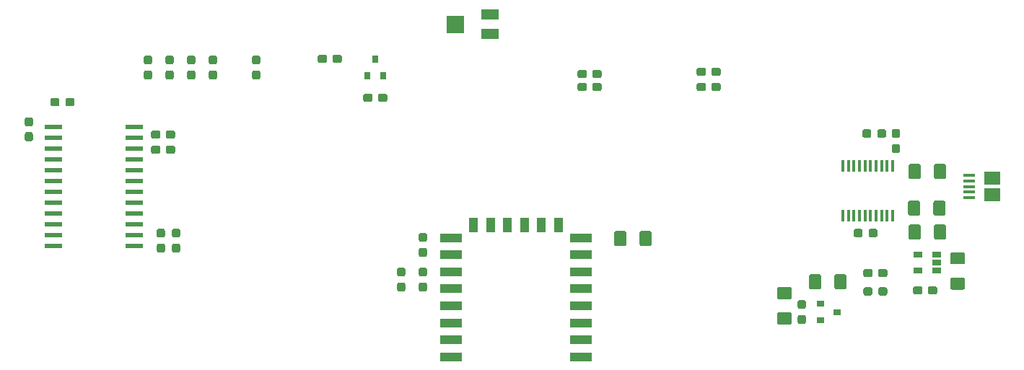
<source format=gbr>
G04 #@! TF.GenerationSoftware,KiCad,Pcbnew,5.0.1-33cea8e~68~ubuntu16.04.1*
G04 #@! TF.CreationDate,2019-05-31T14:34:39+02:00*
G04 #@! TF.ProjectId,VCOMLCD,56434F4D4C43442E6B696361645F7063,rev?*
G04 #@! TF.SameCoordinates,Original*
G04 #@! TF.FileFunction,Paste,Top*
G04 #@! TF.FilePolarity,Positive*
%FSLAX46Y46*%
G04 Gerber Fmt 4.6, Leading zero omitted, Abs format (unit mm)*
G04 Created by KiCad (PCBNEW 5.0.1-33cea8e~68~ubuntu16.04.1) date pią, 31 maj 2019, 14:34:39*
%MOMM*%
%LPD*%
G01*
G04 APERTURE LIST*
%ADD10R,0.450000X1.450000*%
%ADD11R,1.060000X0.650000*%
%ADD12C,0.100000*%
%ADD13C,0.950000*%
%ADD14C,1.425000*%
%ADD15R,2.000000X0.600000*%
%ADD16R,1.900000X1.500000*%
%ADD17R,1.350000X0.400000*%
%ADD18R,0.900000X0.800000*%
%ADD19R,2.500000X1.000000*%
%ADD20R,1.000000X1.800000*%
%ADD21R,0.800000X0.900000*%
%ADD22R,2.000000X1.300000*%
%ADD23R,2.000000X2.000000*%
G04 APERTURE END LIST*
D10*
G04 #@! TO.C,U5*
X186440000Y-69948000D03*
X185790000Y-69948000D03*
X185140000Y-69948000D03*
X184490000Y-69948000D03*
X183840000Y-69948000D03*
X183190000Y-69948000D03*
X182540000Y-69948000D03*
X181890000Y-69948000D03*
X181240000Y-69948000D03*
X180590000Y-69948000D03*
X180590000Y-75848000D03*
X181240000Y-75848000D03*
X181890000Y-75848000D03*
X182540000Y-75848000D03*
X183190000Y-75848000D03*
X183840000Y-75848000D03*
X184490000Y-75848000D03*
X185140000Y-75848000D03*
X185790000Y-75848000D03*
X186440000Y-75848000D03*
G04 #@! TD*
D11*
G04 #@! TO.C,U1*
X191600000Y-82292000D03*
X191600000Y-81342000D03*
X191600000Y-80392000D03*
X189400000Y-80392000D03*
X189400000Y-82292000D03*
G04 #@! TD*
D12*
G04 #@! TO.C,R3*
G36*
X191431779Y-84108144D02*
X191454834Y-84111563D01*
X191477443Y-84117227D01*
X191499387Y-84125079D01*
X191520457Y-84135044D01*
X191540448Y-84147026D01*
X191559168Y-84160910D01*
X191576438Y-84176562D01*
X191592090Y-84193832D01*
X191605974Y-84212552D01*
X191617956Y-84232543D01*
X191627921Y-84253613D01*
X191635773Y-84275557D01*
X191641437Y-84298166D01*
X191644856Y-84321221D01*
X191646000Y-84344500D01*
X191646000Y-84819500D01*
X191644856Y-84842779D01*
X191641437Y-84865834D01*
X191635773Y-84888443D01*
X191627921Y-84910387D01*
X191617956Y-84931457D01*
X191605974Y-84951448D01*
X191592090Y-84970168D01*
X191576438Y-84987438D01*
X191559168Y-85003090D01*
X191540448Y-85016974D01*
X191520457Y-85028956D01*
X191499387Y-85038921D01*
X191477443Y-85046773D01*
X191454834Y-85052437D01*
X191431779Y-85055856D01*
X191408500Y-85057000D01*
X190833500Y-85057000D01*
X190810221Y-85055856D01*
X190787166Y-85052437D01*
X190764557Y-85046773D01*
X190742613Y-85038921D01*
X190721543Y-85028956D01*
X190701552Y-85016974D01*
X190682832Y-85003090D01*
X190665562Y-84987438D01*
X190649910Y-84970168D01*
X190636026Y-84951448D01*
X190624044Y-84931457D01*
X190614079Y-84910387D01*
X190606227Y-84888443D01*
X190600563Y-84865834D01*
X190597144Y-84842779D01*
X190596000Y-84819500D01*
X190596000Y-84344500D01*
X190597144Y-84321221D01*
X190600563Y-84298166D01*
X190606227Y-84275557D01*
X190614079Y-84253613D01*
X190624044Y-84232543D01*
X190636026Y-84212552D01*
X190649910Y-84193832D01*
X190665562Y-84176562D01*
X190682832Y-84160910D01*
X190701552Y-84147026D01*
X190721543Y-84135044D01*
X190742613Y-84125079D01*
X190764557Y-84117227D01*
X190787166Y-84111563D01*
X190810221Y-84108144D01*
X190833500Y-84107000D01*
X191408500Y-84107000D01*
X191431779Y-84108144D01*
X191431779Y-84108144D01*
G37*
D13*
X191121000Y-84582000D03*
D12*
G36*
X189681779Y-84108144D02*
X189704834Y-84111563D01*
X189727443Y-84117227D01*
X189749387Y-84125079D01*
X189770457Y-84135044D01*
X189790448Y-84147026D01*
X189809168Y-84160910D01*
X189826438Y-84176562D01*
X189842090Y-84193832D01*
X189855974Y-84212552D01*
X189867956Y-84232543D01*
X189877921Y-84253613D01*
X189885773Y-84275557D01*
X189891437Y-84298166D01*
X189894856Y-84321221D01*
X189896000Y-84344500D01*
X189896000Y-84819500D01*
X189894856Y-84842779D01*
X189891437Y-84865834D01*
X189885773Y-84888443D01*
X189877921Y-84910387D01*
X189867956Y-84931457D01*
X189855974Y-84951448D01*
X189842090Y-84970168D01*
X189826438Y-84987438D01*
X189809168Y-85003090D01*
X189790448Y-85016974D01*
X189770457Y-85028956D01*
X189749387Y-85038921D01*
X189727443Y-85046773D01*
X189704834Y-85052437D01*
X189681779Y-85055856D01*
X189658500Y-85057000D01*
X189083500Y-85057000D01*
X189060221Y-85055856D01*
X189037166Y-85052437D01*
X189014557Y-85046773D01*
X188992613Y-85038921D01*
X188971543Y-85028956D01*
X188951552Y-85016974D01*
X188932832Y-85003090D01*
X188915562Y-84987438D01*
X188899910Y-84970168D01*
X188886026Y-84951448D01*
X188874044Y-84931457D01*
X188864079Y-84910387D01*
X188856227Y-84888443D01*
X188850563Y-84865834D01*
X188847144Y-84842779D01*
X188846000Y-84819500D01*
X188846000Y-84344500D01*
X188847144Y-84321221D01*
X188850563Y-84298166D01*
X188856227Y-84275557D01*
X188864079Y-84253613D01*
X188874044Y-84232543D01*
X188886026Y-84212552D01*
X188899910Y-84193832D01*
X188915562Y-84176562D01*
X188932832Y-84160910D01*
X188951552Y-84147026D01*
X188971543Y-84135044D01*
X188992613Y-84125079D01*
X189014557Y-84117227D01*
X189037166Y-84111563D01*
X189060221Y-84108144D01*
X189083500Y-84107000D01*
X189658500Y-84107000D01*
X189681779Y-84108144D01*
X189681779Y-84108144D01*
G37*
D13*
X189371000Y-84582000D03*
G04 #@! TD*
D12*
G04 #@! TO.C,C11*
G36*
X154955504Y-77612204D02*
X154979773Y-77615804D01*
X155003571Y-77621765D01*
X155026671Y-77630030D01*
X155048849Y-77640520D01*
X155069893Y-77653133D01*
X155089598Y-77667747D01*
X155107777Y-77684223D01*
X155124253Y-77702402D01*
X155138867Y-77722107D01*
X155151480Y-77743151D01*
X155161970Y-77765329D01*
X155170235Y-77788429D01*
X155176196Y-77812227D01*
X155179796Y-77836496D01*
X155181000Y-77861000D01*
X155181000Y-79111000D01*
X155179796Y-79135504D01*
X155176196Y-79159773D01*
X155170235Y-79183571D01*
X155161970Y-79206671D01*
X155151480Y-79228849D01*
X155138867Y-79249893D01*
X155124253Y-79269598D01*
X155107777Y-79287777D01*
X155089598Y-79304253D01*
X155069893Y-79318867D01*
X155048849Y-79331480D01*
X155026671Y-79341970D01*
X155003571Y-79350235D01*
X154979773Y-79356196D01*
X154955504Y-79359796D01*
X154931000Y-79361000D01*
X154006000Y-79361000D01*
X153981496Y-79359796D01*
X153957227Y-79356196D01*
X153933429Y-79350235D01*
X153910329Y-79341970D01*
X153888151Y-79331480D01*
X153867107Y-79318867D01*
X153847402Y-79304253D01*
X153829223Y-79287777D01*
X153812747Y-79269598D01*
X153798133Y-79249893D01*
X153785520Y-79228849D01*
X153775030Y-79206671D01*
X153766765Y-79183571D01*
X153760804Y-79159773D01*
X153757204Y-79135504D01*
X153756000Y-79111000D01*
X153756000Y-77861000D01*
X153757204Y-77836496D01*
X153760804Y-77812227D01*
X153766765Y-77788429D01*
X153775030Y-77765329D01*
X153785520Y-77743151D01*
X153798133Y-77722107D01*
X153812747Y-77702402D01*
X153829223Y-77684223D01*
X153847402Y-77667747D01*
X153867107Y-77653133D01*
X153888151Y-77640520D01*
X153910329Y-77630030D01*
X153933429Y-77621765D01*
X153957227Y-77615804D01*
X153981496Y-77612204D01*
X154006000Y-77611000D01*
X154931000Y-77611000D01*
X154955504Y-77612204D01*
X154955504Y-77612204D01*
G37*
D14*
X154468500Y-78486000D03*
D12*
G36*
X157930504Y-77612204D02*
X157954773Y-77615804D01*
X157978571Y-77621765D01*
X158001671Y-77630030D01*
X158023849Y-77640520D01*
X158044893Y-77653133D01*
X158064598Y-77667747D01*
X158082777Y-77684223D01*
X158099253Y-77702402D01*
X158113867Y-77722107D01*
X158126480Y-77743151D01*
X158136970Y-77765329D01*
X158145235Y-77788429D01*
X158151196Y-77812227D01*
X158154796Y-77836496D01*
X158156000Y-77861000D01*
X158156000Y-79111000D01*
X158154796Y-79135504D01*
X158151196Y-79159773D01*
X158145235Y-79183571D01*
X158136970Y-79206671D01*
X158126480Y-79228849D01*
X158113867Y-79249893D01*
X158099253Y-79269598D01*
X158082777Y-79287777D01*
X158064598Y-79304253D01*
X158044893Y-79318867D01*
X158023849Y-79331480D01*
X158001671Y-79341970D01*
X157978571Y-79350235D01*
X157954773Y-79356196D01*
X157930504Y-79359796D01*
X157906000Y-79361000D01*
X156981000Y-79361000D01*
X156956496Y-79359796D01*
X156932227Y-79356196D01*
X156908429Y-79350235D01*
X156885329Y-79341970D01*
X156863151Y-79331480D01*
X156842107Y-79318867D01*
X156822402Y-79304253D01*
X156804223Y-79287777D01*
X156787747Y-79269598D01*
X156773133Y-79249893D01*
X156760520Y-79228849D01*
X156750030Y-79206671D01*
X156741765Y-79183571D01*
X156735804Y-79159773D01*
X156732204Y-79135504D01*
X156731000Y-79111000D01*
X156731000Y-77861000D01*
X156732204Y-77836496D01*
X156735804Y-77812227D01*
X156741765Y-77788429D01*
X156750030Y-77765329D01*
X156760520Y-77743151D01*
X156773133Y-77722107D01*
X156787747Y-77702402D01*
X156804223Y-77684223D01*
X156822402Y-77667747D01*
X156842107Y-77653133D01*
X156863151Y-77640520D01*
X156885329Y-77630030D01*
X156908429Y-77621765D01*
X156932227Y-77615804D01*
X156956496Y-77612204D01*
X156981000Y-77611000D01*
X157906000Y-77611000D01*
X157930504Y-77612204D01*
X157930504Y-77612204D01*
G37*
D14*
X157443500Y-78486000D03*
G04 #@! TD*
D12*
G04 #@! TO.C,C13*
G36*
X194705504Y-80097204D02*
X194729773Y-80100804D01*
X194753571Y-80106765D01*
X194776671Y-80115030D01*
X194798849Y-80125520D01*
X194819893Y-80138133D01*
X194839598Y-80152747D01*
X194857777Y-80169223D01*
X194874253Y-80187402D01*
X194888867Y-80207107D01*
X194901480Y-80228151D01*
X194911970Y-80250329D01*
X194920235Y-80273429D01*
X194926196Y-80297227D01*
X194929796Y-80321496D01*
X194931000Y-80346000D01*
X194931000Y-81271000D01*
X194929796Y-81295504D01*
X194926196Y-81319773D01*
X194920235Y-81343571D01*
X194911970Y-81366671D01*
X194901480Y-81388849D01*
X194888867Y-81409893D01*
X194874253Y-81429598D01*
X194857777Y-81447777D01*
X194839598Y-81464253D01*
X194819893Y-81478867D01*
X194798849Y-81491480D01*
X194776671Y-81501970D01*
X194753571Y-81510235D01*
X194729773Y-81516196D01*
X194705504Y-81519796D01*
X194681000Y-81521000D01*
X193431000Y-81521000D01*
X193406496Y-81519796D01*
X193382227Y-81516196D01*
X193358429Y-81510235D01*
X193335329Y-81501970D01*
X193313151Y-81491480D01*
X193292107Y-81478867D01*
X193272402Y-81464253D01*
X193254223Y-81447777D01*
X193237747Y-81429598D01*
X193223133Y-81409893D01*
X193210520Y-81388849D01*
X193200030Y-81366671D01*
X193191765Y-81343571D01*
X193185804Y-81319773D01*
X193182204Y-81295504D01*
X193181000Y-81271000D01*
X193181000Y-80346000D01*
X193182204Y-80321496D01*
X193185804Y-80297227D01*
X193191765Y-80273429D01*
X193200030Y-80250329D01*
X193210520Y-80228151D01*
X193223133Y-80207107D01*
X193237747Y-80187402D01*
X193254223Y-80169223D01*
X193272402Y-80152747D01*
X193292107Y-80138133D01*
X193313151Y-80125520D01*
X193335329Y-80115030D01*
X193358429Y-80106765D01*
X193382227Y-80100804D01*
X193406496Y-80097204D01*
X193431000Y-80096000D01*
X194681000Y-80096000D01*
X194705504Y-80097204D01*
X194705504Y-80097204D01*
G37*
D14*
X194056000Y-80808500D03*
D12*
G36*
X194705504Y-83072204D02*
X194729773Y-83075804D01*
X194753571Y-83081765D01*
X194776671Y-83090030D01*
X194798849Y-83100520D01*
X194819893Y-83113133D01*
X194839598Y-83127747D01*
X194857777Y-83144223D01*
X194874253Y-83162402D01*
X194888867Y-83182107D01*
X194901480Y-83203151D01*
X194911970Y-83225329D01*
X194920235Y-83248429D01*
X194926196Y-83272227D01*
X194929796Y-83296496D01*
X194931000Y-83321000D01*
X194931000Y-84246000D01*
X194929796Y-84270504D01*
X194926196Y-84294773D01*
X194920235Y-84318571D01*
X194911970Y-84341671D01*
X194901480Y-84363849D01*
X194888867Y-84384893D01*
X194874253Y-84404598D01*
X194857777Y-84422777D01*
X194839598Y-84439253D01*
X194819893Y-84453867D01*
X194798849Y-84466480D01*
X194776671Y-84476970D01*
X194753571Y-84485235D01*
X194729773Y-84491196D01*
X194705504Y-84494796D01*
X194681000Y-84496000D01*
X193431000Y-84496000D01*
X193406496Y-84494796D01*
X193382227Y-84491196D01*
X193358429Y-84485235D01*
X193335329Y-84476970D01*
X193313151Y-84466480D01*
X193292107Y-84453867D01*
X193272402Y-84439253D01*
X193254223Y-84422777D01*
X193237747Y-84404598D01*
X193223133Y-84384893D01*
X193210520Y-84363849D01*
X193200030Y-84341671D01*
X193191765Y-84318571D01*
X193185804Y-84294773D01*
X193182204Y-84270504D01*
X193181000Y-84246000D01*
X193181000Y-83321000D01*
X193182204Y-83296496D01*
X193185804Y-83272227D01*
X193191765Y-83248429D01*
X193200030Y-83225329D01*
X193210520Y-83203151D01*
X193223133Y-83182107D01*
X193237747Y-83162402D01*
X193254223Y-83144223D01*
X193272402Y-83127747D01*
X193292107Y-83113133D01*
X193313151Y-83100520D01*
X193335329Y-83090030D01*
X193358429Y-83081765D01*
X193382227Y-83075804D01*
X193406496Y-83072204D01*
X193431000Y-83071000D01*
X194681000Y-83071000D01*
X194705504Y-83072204D01*
X194705504Y-83072204D01*
G37*
D14*
X194056000Y-83783500D03*
G04 #@! TD*
D12*
G04 #@! TO.C,R1*
G36*
X183839779Y-84235144D02*
X183862834Y-84238563D01*
X183885443Y-84244227D01*
X183907387Y-84252079D01*
X183928457Y-84262044D01*
X183948448Y-84274026D01*
X183967168Y-84287910D01*
X183984438Y-84303562D01*
X184000090Y-84320832D01*
X184013974Y-84339552D01*
X184025956Y-84359543D01*
X184035921Y-84380613D01*
X184043773Y-84402557D01*
X184049437Y-84425166D01*
X184052856Y-84448221D01*
X184054000Y-84471500D01*
X184054000Y-84946500D01*
X184052856Y-84969779D01*
X184049437Y-84992834D01*
X184043773Y-85015443D01*
X184035921Y-85037387D01*
X184025956Y-85058457D01*
X184013974Y-85078448D01*
X184000090Y-85097168D01*
X183984438Y-85114438D01*
X183967168Y-85130090D01*
X183948448Y-85143974D01*
X183928457Y-85155956D01*
X183907387Y-85165921D01*
X183885443Y-85173773D01*
X183862834Y-85179437D01*
X183839779Y-85182856D01*
X183816500Y-85184000D01*
X183241500Y-85184000D01*
X183218221Y-85182856D01*
X183195166Y-85179437D01*
X183172557Y-85173773D01*
X183150613Y-85165921D01*
X183129543Y-85155956D01*
X183109552Y-85143974D01*
X183090832Y-85130090D01*
X183073562Y-85114438D01*
X183057910Y-85097168D01*
X183044026Y-85078448D01*
X183032044Y-85058457D01*
X183022079Y-85037387D01*
X183014227Y-85015443D01*
X183008563Y-84992834D01*
X183005144Y-84969779D01*
X183004000Y-84946500D01*
X183004000Y-84471500D01*
X183005144Y-84448221D01*
X183008563Y-84425166D01*
X183014227Y-84402557D01*
X183022079Y-84380613D01*
X183032044Y-84359543D01*
X183044026Y-84339552D01*
X183057910Y-84320832D01*
X183073562Y-84303562D01*
X183090832Y-84287910D01*
X183109552Y-84274026D01*
X183129543Y-84262044D01*
X183150613Y-84252079D01*
X183172557Y-84244227D01*
X183195166Y-84238563D01*
X183218221Y-84235144D01*
X183241500Y-84234000D01*
X183816500Y-84234000D01*
X183839779Y-84235144D01*
X183839779Y-84235144D01*
G37*
D13*
X183529000Y-84709000D03*
D12*
G36*
X185589779Y-84235144D02*
X185612834Y-84238563D01*
X185635443Y-84244227D01*
X185657387Y-84252079D01*
X185678457Y-84262044D01*
X185698448Y-84274026D01*
X185717168Y-84287910D01*
X185734438Y-84303562D01*
X185750090Y-84320832D01*
X185763974Y-84339552D01*
X185775956Y-84359543D01*
X185785921Y-84380613D01*
X185793773Y-84402557D01*
X185799437Y-84425166D01*
X185802856Y-84448221D01*
X185804000Y-84471500D01*
X185804000Y-84946500D01*
X185802856Y-84969779D01*
X185799437Y-84992834D01*
X185793773Y-85015443D01*
X185785921Y-85037387D01*
X185775956Y-85058457D01*
X185763974Y-85078448D01*
X185750090Y-85097168D01*
X185734438Y-85114438D01*
X185717168Y-85130090D01*
X185698448Y-85143974D01*
X185678457Y-85155956D01*
X185657387Y-85165921D01*
X185635443Y-85173773D01*
X185612834Y-85179437D01*
X185589779Y-85182856D01*
X185566500Y-85184000D01*
X184991500Y-85184000D01*
X184968221Y-85182856D01*
X184945166Y-85179437D01*
X184922557Y-85173773D01*
X184900613Y-85165921D01*
X184879543Y-85155956D01*
X184859552Y-85143974D01*
X184840832Y-85130090D01*
X184823562Y-85114438D01*
X184807910Y-85097168D01*
X184794026Y-85078448D01*
X184782044Y-85058457D01*
X184772079Y-85037387D01*
X184764227Y-85015443D01*
X184758563Y-84992834D01*
X184755144Y-84969779D01*
X184754000Y-84946500D01*
X184754000Y-84471500D01*
X184755144Y-84448221D01*
X184758563Y-84425166D01*
X184764227Y-84402557D01*
X184772079Y-84380613D01*
X184782044Y-84359543D01*
X184794026Y-84339552D01*
X184807910Y-84320832D01*
X184823562Y-84303562D01*
X184840832Y-84287910D01*
X184859552Y-84274026D01*
X184879543Y-84262044D01*
X184900613Y-84252079D01*
X184922557Y-84244227D01*
X184945166Y-84238563D01*
X184968221Y-84235144D01*
X184991500Y-84234000D01*
X185566500Y-84234000D01*
X185589779Y-84235144D01*
X185589779Y-84235144D01*
G37*
D13*
X185279000Y-84709000D03*
G04 #@! TD*
D15*
G04 #@! TO.C,U3*
X88010000Y-65405000D03*
X88010000Y-66675000D03*
X88010000Y-67945000D03*
X88010000Y-69215000D03*
X88010000Y-70485000D03*
X88010000Y-71755000D03*
X88010000Y-73025000D03*
X88010000Y-74295000D03*
X88010000Y-75565000D03*
X88010000Y-76835000D03*
X88010000Y-78105000D03*
X88010000Y-79375000D03*
X97410000Y-79375000D03*
X97410000Y-78105000D03*
X97410000Y-76835000D03*
X97410000Y-75565000D03*
X97410000Y-74295000D03*
X97410000Y-73025000D03*
X97410000Y-71755000D03*
X97410000Y-70485000D03*
X97410000Y-69215000D03*
X97410000Y-67945000D03*
X97410000Y-66675000D03*
X97410000Y-65405000D03*
G04 #@! TD*
D12*
G04 #@! TO.C,C12*
G36*
X164281779Y-58454144D02*
X164304834Y-58457563D01*
X164327443Y-58463227D01*
X164349387Y-58471079D01*
X164370457Y-58481044D01*
X164390448Y-58493026D01*
X164409168Y-58506910D01*
X164426438Y-58522562D01*
X164442090Y-58539832D01*
X164455974Y-58558552D01*
X164467956Y-58578543D01*
X164477921Y-58599613D01*
X164485773Y-58621557D01*
X164491437Y-58644166D01*
X164494856Y-58667221D01*
X164496000Y-58690500D01*
X164496000Y-59165500D01*
X164494856Y-59188779D01*
X164491437Y-59211834D01*
X164485773Y-59234443D01*
X164477921Y-59256387D01*
X164467956Y-59277457D01*
X164455974Y-59297448D01*
X164442090Y-59316168D01*
X164426438Y-59333438D01*
X164409168Y-59349090D01*
X164390448Y-59362974D01*
X164370457Y-59374956D01*
X164349387Y-59384921D01*
X164327443Y-59392773D01*
X164304834Y-59398437D01*
X164281779Y-59401856D01*
X164258500Y-59403000D01*
X163683500Y-59403000D01*
X163660221Y-59401856D01*
X163637166Y-59398437D01*
X163614557Y-59392773D01*
X163592613Y-59384921D01*
X163571543Y-59374956D01*
X163551552Y-59362974D01*
X163532832Y-59349090D01*
X163515562Y-59333438D01*
X163499910Y-59316168D01*
X163486026Y-59297448D01*
X163474044Y-59277457D01*
X163464079Y-59256387D01*
X163456227Y-59234443D01*
X163450563Y-59211834D01*
X163447144Y-59188779D01*
X163446000Y-59165500D01*
X163446000Y-58690500D01*
X163447144Y-58667221D01*
X163450563Y-58644166D01*
X163456227Y-58621557D01*
X163464079Y-58599613D01*
X163474044Y-58578543D01*
X163486026Y-58558552D01*
X163499910Y-58539832D01*
X163515562Y-58522562D01*
X163532832Y-58506910D01*
X163551552Y-58493026D01*
X163571543Y-58481044D01*
X163592613Y-58471079D01*
X163614557Y-58463227D01*
X163637166Y-58457563D01*
X163660221Y-58454144D01*
X163683500Y-58453000D01*
X164258500Y-58453000D01*
X164281779Y-58454144D01*
X164281779Y-58454144D01*
G37*
D13*
X163971000Y-58928000D03*
D12*
G36*
X166031779Y-58454144D02*
X166054834Y-58457563D01*
X166077443Y-58463227D01*
X166099387Y-58471079D01*
X166120457Y-58481044D01*
X166140448Y-58493026D01*
X166159168Y-58506910D01*
X166176438Y-58522562D01*
X166192090Y-58539832D01*
X166205974Y-58558552D01*
X166217956Y-58578543D01*
X166227921Y-58599613D01*
X166235773Y-58621557D01*
X166241437Y-58644166D01*
X166244856Y-58667221D01*
X166246000Y-58690500D01*
X166246000Y-59165500D01*
X166244856Y-59188779D01*
X166241437Y-59211834D01*
X166235773Y-59234443D01*
X166227921Y-59256387D01*
X166217956Y-59277457D01*
X166205974Y-59297448D01*
X166192090Y-59316168D01*
X166176438Y-59333438D01*
X166159168Y-59349090D01*
X166140448Y-59362974D01*
X166120457Y-59374956D01*
X166099387Y-59384921D01*
X166077443Y-59392773D01*
X166054834Y-59398437D01*
X166031779Y-59401856D01*
X166008500Y-59403000D01*
X165433500Y-59403000D01*
X165410221Y-59401856D01*
X165387166Y-59398437D01*
X165364557Y-59392773D01*
X165342613Y-59384921D01*
X165321543Y-59374956D01*
X165301552Y-59362974D01*
X165282832Y-59349090D01*
X165265562Y-59333438D01*
X165249910Y-59316168D01*
X165236026Y-59297448D01*
X165224044Y-59277457D01*
X165214079Y-59256387D01*
X165206227Y-59234443D01*
X165200563Y-59211834D01*
X165197144Y-59188779D01*
X165196000Y-59165500D01*
X165196000Y-58690500D01*
X165197144Y-58667221D01*
X165200563Y-58644166D01*
X165206227Y-58621557D01*
X165214079Y-58599613D01*
X165224044Y-58578543D01*
X165236026Y-58558552D01*
X165249910Y-58539832D01*
X165265562Y-58522562D01*
X165282832Y-58506910D01*
X165301552Y-58493026D01*
X165321543Y-58481044D01*
X165342613Y-58471079D01*
X165364557Y-58463227D01*
X165387166Y-58457563D01*
X165410221Y-58454144D01*
X165433500Y-58453000D01*
X166008500Y-58453000D01*
X166031779Y-58454144D01*
X166031779Y-58454144D01*
G37*
D13*
X165721000Y-58928000D03*
G04 #@! TD*
D12*
G04 #@! TO.C,C3*
G36*
X176028779Y-85723144D02*
X176051834Y-85726563D01*
X176074443Y-85732227D01*
X176096387Y-85740079D01*
X176117457Y-85750044D01*
X176137448Y-85762026D01*
X176156168Y-85775910D01*
X176173438Y-85791562D01*
X176189090Y-85808832D01*
X176202974Y-85827552D01*
X176214956Y-85847543D01*
X176224921Y-85868613D01*
X176232773Y-85890557D01*
X176238437Y-85913166D01*
X176241856Y-85936221D01*
X176243000Y-85959500D01*
X176243000Y-86534500D01*
X176241856Y-86557779D01*
X176238437Y-86580834D01*
X176232773Y-86603443D01*
X176224921Y-86625387D01*
X176214956Y-86646457D01*
X176202974Y-86666448D01*
X176189090Y-86685168D01*
X176173438Y-86702438D01*
X176156168Y-86718090D01*
X176137448Y-86731974D01*
X176117457Y-86743956D01*
X176096387Y-86753921D01*
X176074443Y-86761773D01*
X176051834Y-86767437D01*
X176028779Y-86770856D01*
X176005500Y-86772000D01*
X175530500Y-86772000D01*
X175507221Y-86770856D01*
X175484166Y-86767437D01*
X175461557Y-86761773D01*
X175439613Y-86753921D01*
X175418543Y-86743956D01*
X175398552Y-86731974D01*
X175379832Y-86718090D01*
X175362562Y-86702438D01*
X175346910Y-86685168D01*
X175333026Y-86666448D01*
X175321044Y-86646457D01*
X175311079Y-86625387D01*
X175303227Y-86603443D01*
X175297563Y-86580834D01*
X175294144Y-86557779D01*
X175293000Y-86534500D01*
X175293000Y-85959500D01*
X175294144Y-85936221D01*
X175297563Y-85913166D01*
X175303227Y-85890557D01*
X175311079Y-85868613D01*
X175321044Y-85847543D01*
X175333026Y-85827552D01*
X175346910Y-85808832D01*
X175362562Y-85791562D01*
X175379832Y-85775910D01*
X175398552Y-85762026D01*
X175418543Y-85750044D01*
X175439613Y-85740079D01*
X175461557Y-85732227D01*
X175484166Y-85726563D01*
X175507221Y-85723144D01*
X175530500Y-85722000D01*
X176005500Y-85722000D01*
X176028779Y-85723144D01*
X176028779Y-85723144D01*
G37*
D13*
X175768000Y-86247000D03*
D12*
G36*
X176028779Y-87473144D02*
X176051834Y-87476563D01*
X176074443Y-87482227D01*
X176096387Y-87490079D01*
X176117457Y-87500044D01*
X176137448Y-87512026D01*
X176156168Y-87525910D01*
X176173438Y-87541562D01*
X176189090Y-87558832D01*
X176202974Y-87577552D01*
X176214956Y-87597543D01*
X176224921Y-87618613D01*
X176232773Y-87640557D01*
X176238437Y-87663166D01*
X176241856Y-87686221D01*
X176243000Y-87709500D01*
X176243000Y-88284500D01*
X176241856Y-88307779D01*
X176238437Y-88330834D01*
X176232773Y-88353443D01*
X176224921Y-88375387D01*
X176214956Y-88396457D01*
X176202974Y-88416448D01*
X176189090Y-88435168D01*
X176173438Y-88452438D01*
X176156168Y-88468090D01*
X176137448Y-88481974D01*
X176117457Y-88493956D01*
X176096387Y-88503921D01*
X176074443Y-88511773D01*
X176051834Y-88517437D01*
X176028779Y-88520856D01*
X176005500Y-88522000D01*
X175530500Y-88522000D01*
X175507221Y-88520856D01*
X175484166Y-88517437D01*
X175461557Y-88511773D01*
X175439613Y-88503921D01*
X175418543Y-88493956D01*
X175398552Y-88481974D01*
X175379832Y-88468090D01*
X175362562Y-88452438D01*
X175346910Y-88435168D01*
X175333026Y-88416448D01*
X175321044Y-88396457D01*
X175311079Y-88375387D01*
X175303227Y-88353443D01*
X175297563Y-88330834D01*
X175294144Y-88307779D01*
X175293000Y-88284500D01*
X175293000Y-87709500D01*
X175294144Y-87686221D01*
X175297563Y-87663166D01*
X175303227Y-87640557D01*
X175311079Y-87618613D01*
X175321044Y-87597543D01*
X175333026Y-87577552D01*
X175346910Y-87558832D01*
X175362562Y-87541562D01*
X175379832Y-87525910D01*
X175398552Y-87512026D01*
X175418543Y-87500044D01*
X175439613Y-87490079D01*
X175461557Y-87482227D01*
X175484166Y-87476563D01*
X175507221Y-87473144D01*
X175530500Y-87472000D01*
X176005500Y-87472000D01*
X176028779Y-87473144D01*
X176028779Y-87473144D01*
G37*
D13*
X175768000Y-87997000D03*
G04 #@! TD*
D12*
G04 #@! TO.C,C2*
G36*
X177815504Y-82692204D02*
X177839773Y-82695804D01*
X177863571Y-82701765D01*
X177886671Y-82710030D01*
X177908849Y-82720520D01*
X177929893Y-82733133D01*
X177949598Y-82747747D01*
X177967777Y-82764223D01*
X177984253Y-82782402D01*
X177998867Y-82802107D01*
X178011480Y-82823151D01*
X178021970Y-82845329D01*
X178030235Y-82868429D01*
X178036196Y-82892227D01*
X178039796Y-82916496D01*
X178041000Y-82941000D01*
X178041000Y-84191000D01*
X178039796Y-84215504D01*
X178036196Y-84239773D01*
X178030235Y-84263571D01*
X178021970Y-84286671D01*
X178011480Y-84308849D01*
X177998867Y-84329893D01*
X177984253Y-84349598D01*
X177967777Y-84367777D01*
X177949598Y-84384253D01*
X177929893Y-84398867D01*
X177908849Y-84411480D01*
X177886671Y-84421970D01*
X177863571Y-84430235D01*
X177839773Y-84436196D01*
X177815504Y-84439796D01*
X177791000Y-84441000D01*
X176866000Y-84441000D01*
X176841496Y-84439796D01*
X176817227Y-84436196D01*
X176793429Y-84430235D01*
X176770329Y-84421970D01*
X176748151Y-84411480D01*
X176727107Y-84398867D01*
X176707402Y-84384253D01*
X176689223Y-84367777D01*
X176672747Y-84349598D01*
X176658133Y-84329893D01*
X176645520Y-84308849D01*
X176635030Y-84286671D01*
X176626765Y-84263571D01*
X176620804Y-84239773D01*
X176617204Y-84215504D01*
X176616000Y-84191000D01*
X176616000Y-82941000D01*
X176617204Y-82916496D01*
X176620804Y-82892227D01*
X176626765Y-82868429D01*
X176635030Y-82845329D01*
X176645520Y-82823151D01*
X176658133Y-82802107D01*
X176672747Y-82782402D01*
X176689223Y-82764223D01*
X176707402Y-82747747D01*
X176727107Y-82733133D01*
X176748151Y-82720520D01*
X176770329Y-82710030D01*
X176793429Y-82701765D01*
X176817227Y-82695804D01*
X176841496Y-82692204D01*
X176866000Y-82691000D01*
X177791000Y-82691000D01*
X177815504Y-82692204D01*
X177815504Y-82692204D01*
G37*
D14*
X177328500Y-83566000D03*
D12*
G36*
X180790504Y-82692204D02*
X180814773Y-82695804D01*
X180838571Y-82701765D01*
X180861671Y-82710030D01*
X180883849Y-82720520D01*
X180904893Y-82733133D01*
X180924598Y-82747747D01*
X180942777Y-82764223D01*
X180959253Y-82782402D01*
X180973867Y-82802107D01*
X180986480Y-82823151D01*
X180996970Y-82845329D01*
X181005235Y-82868429D01*
X181011196Y-82892227D01*
X181014796Y-82916496D01*
X181016000Y-82941000D01*
X181016000Y-84191000D01*
X181014796Y-84215504D01*
X181011196Y-84239773D01*
X181005235Y-84263571D01*
X180996970Y-84286671D01*
X180986480Y-84308849D01*
X180973867Y-84329893D01*
X180959253Y-84349598D01*
X180942777Y-84367777D01*
X180924598Y-84384253D01*
X180904893Y-84398867D01*
X180883849Y-84411480D01*
X180861671Y-84421970D01*
X180838571Y-84430235D01*
X180814773Y-84436196D01*
X180790504Y-84439796D01*
X180766000Y-84441000D01*
X179841000Y-84441000D01*
X179816496Y-84439796D01*
X179792227Y-84436196D01*
X179768429Y-84430235D01*
X179745329Y-84421970D01*
X179723151Y-84411480D01*
X179702107Y-84398867D01*
X179682402Y-84384253D01*
X179664223Y-84367777D01*
X179647747Y-84349598D01*
X179633133Y-84329893D01*
X179620520Y-84308849D01*
X179610030Y-84286671D01*
X179601765Y-84263571D01*
X179595804Y-84239773D01*
X179592204Y-84215504D01*
X179591000Y-84191000D01*
X179591000Y-82941000D01*
X179592204Y-82916496D01*
X179595804Y-82892227D01*
X179601765Y-82868429D01*
X179610030Y-82845329D01*
X179620520Y-82823151D01*
X179633133Y-82802107D01*
X179647747Y-82782402D01*
X179664223Y-82764223D01*
X179682402Y-82747747D01*
X179702107Y-82733133D01*
X179723151Y-82720520D01*
X179745329Y-82710030D01*
X179768429Y-82701765D01*
X179792227Y-82695804D01*
X179816496Y-82692204D01*
X179841000Y-82691000D01*
X180766000Y-82691000D01*
X180790504Y-82692204D01*
X180790504Y-82692204D01*
G37*
D14*
X180303500Y-83566000D03*
G04 #@! TD*
D12*
G04 #@! TO.C,C4*
G36*
X174385504Y-87172704D02*
X174409773Y-87176304D01*
X174433571Y-87182265D01*
X174456671Y-87190530D01*
X174478849Y-87201020D01*
X174499893Y-87213633D01*
X174519598Y-87228247D01*
X174537777Y-87244723D01*
X174554253Y-87262902D01*
X174568867Y-87282607D01*
X174581480Y-87303651D01*
X174591970Y-87325829D01*
X174600235Y-87348929D01*
X174606196Y-87372727D01*
X174609796Y-87396996D01*
X174611000Y-87421500D01*
X174611000Y-88346500D01*
X174609796Y-88371004D01*
X174606196Y-88395273D01*
X174600235Y-88419071D01*
X174591970Y-88442171D01*
X174581480Y-88464349D01*
X174568867Y-88485393D01*
X174554253Y-88505098D01*
X174537777Y-88523277D01*
X174519598Y-88539753D01*
X174499893Y-88554367D01*
X174478849Y-88566980D01*
X174456671Y-88577470D01*
X174433571Y-88585735D01*
X174409773Y-88591696D01*
X174385504Y-88595296D01*
X174361000Y-88596500D01*
X173111000Y-88596500D01*
X173086496Y-88595296D01*
X173062227Y-88591696D01*
X173038429Y-88585735D01*
X173015329Y-88577470D01*
X172993151Y-88566980D01*
X172972107Y-88554367D01*
X172952402Y-88539753D01*
X172934223Y-88523277D01*
X172917747Y-88505098D01*
X172903133Y-88485393D01*
X172890520Y-88464349D01*
X172880030Y-88442171D01*
X172871765Y-88419071D01*
X172865804Y-88395273D01*
X172862204Y-88371004D01*
X172861000Y-88346500D01*
X172861000Y-87421500D01*
X172862204Y-87396996D01*
X172865804Y-87372727D01*
X172871765Y-87348929D01*
X172880030Y-87325829D01*
X172890520Y-87303651D01*
X172903133Y-87282607D01*
X172917747Y-87262902D01*
X172934223Y-87244723D01*
X172952402Y-87228247D01*
X172972107Y-87213633D01*
X172993151Y-87201020D01*
X173015329Y-87190530D01*
X173038429Y-87182265D01*
X173062227Y-87176304D01*
X173086496Y-87172704D01*
X173111000Y-87171500D01*
X174361000Y-87171500D01*
X174385504Y-87172704D01*
X174385504Y-87172704D01*
G37*
D14*
X173736000Y-87884000D03*
D12*
G36*
X174385504Y-84197704D02*
X174409773Y-84201304D01*
X174433571Y-84207265D01*
X174456671Y-84215530D01*
X174478849Y-84226020D01*
X174499893Y-84238633D01*
X174519598Y-84253247D01*
X174537777Y-84269723D01*
X174554253Y-84287902D01*
X174568867Y-84307607D01*
X174581480Y-84328651D01*
X174591970Y-84350829D01*
X174600235Y-84373929D01*
X174606196Y-84397727D01*
X174609796Y-84421996D01*
X174611000Y-84446500D01*
X174611000Y-85371500D01*
X174609796Y-85396004D01*
X174606196Y-85420273D01*
X174600235Y-85444071D01*
X174591970Y-85467171D01*
X174581480Y-85489349D01*
X174568867Y-85510393D01*
X174554253Y-85530098D01*
X174537777Y-85548277D01*
X174519598Y-85564753D01*
X174499893Y-85579367D01*
X174478849Y-85591980D01*
X174456671Y-85602470D01*
X174433571Y-85610735D01*
X174409773Y-85616696D01*
X174385504Y-85620296D01*
X174361000Y-85621500D01*
X173111000Y-85621500D01*
X173086496Y-85620296D01*
X173062227Y-85616696D01*
X173038429Y-85610735D01*
X173015329Y-85602470D01*
X172993151Y-85591980D01*
X172972107Y-85579367D01*
X172952402Y-85564753D01*
X172934223Y-85548277D01*
X172917747Y-85530098D01*
X172903133Y-85510393D01*
X172890520Y-85489349D01*
X172880030Y-85467171D01*
X172871765Y-85444071D01*
X172865804Y-85420273D01*
X172862204Y-85396004D01*
X172861000Y-85371500D01*
X172861000Y-84446500D01*
X172862204Y-84421996D01*
X172865804Y-84397727D01*
X172871765Y-84373929D01*
X172880030Y-84350829D01*
X172890520Y-84328651D01*
X172903133Y-84307607D01*
X172917747Y-84287902D01*
X172934223Y-84269723D01*
X172952402Y-84253247D01*
X172972107Y-84238633D01*
X172993151Y-84226020D01*
X173015329Y-84215530D01*
X173038429Y-84207265D01*
X173062227Y-84201304D01*
X173086496Y-84197704D01*
X173111000Y-84196500D01*
X174361000Y-84196500D01*
X174385504Y-84197704D01*
X174385504Y-84197704D01*
G37*
D14*
X173736000Y-84909000D03*
G04 #@! TD*
D16*
G04 #@! TO.C,J2*
X198087500Y-71390000D03*
D17*
X195387500Y-73040000D03*
X195387500Y-73690000D03*
X195387500Y-71090000D03*
X195387500Y-71740000D03*
X195387500Y-72390000D03*
D16*
X198087500Y-73390000D03*
G04 #@! TD*
D18*
G04 #@! TO.C,U2*
X177943000Y-86172000D03*
X177943000Y-88072000D03*
X179943000Y-87122000D03*
G04 #@! TD*
D19*
G04 #@! TO.C,U6*
X149840000Y-92400000D03*
X149840000Y-90400000D03*
X149840000Y-88400000D03*
X149840000Y-86400000D03*
X149840000Y-84400000D03*
X149840000Y-82400000D03*
X149840000Y-80400000D03*
X149840000Y-78400000D03*
D20*
X147240000Y-76900000D03*
X145240000Y-76900000D03*
X143240000Y-76900000D03*
X141240000Y-76900000D03*
X139240000Y-76900000D03*
X137240000Y-76900000D03*
D19*
X134640000Y-78400000D03*
X134640000Y-80400000D03*
X134640000Y-82400000D03*
X134640000Y-84400000D03*
X134640000Y-86400000D03*
X134640000Y-88400000D03*
X134640000Y-90400000D03*
X134640000Y-92400000D03*
G04 #@! TD*
D12*
G04 #@! TO.C,R13*
G36*
X187077779Y-65657144D02*
X187100834Y-65660563D01*
X187123443Y-65666227D01*
X187145387Y-65674079D01*
X187166457Y-65684044D01*
X187186448Y-65696026D01*
X187205168Y-65709910D01*
X187222438Y-65725562D01*
X187238090Y-65742832D01*
X187251974Y-65761552D01*
X187263956Y-65781543D01*
X187273921Y-65802613D01*
X187281773Y-65824557D01*
X187287437Y-65847166D01*
X187290856Y-65870221D01*
X187292000Y-65893500D01*
X187292000Y-66468500D01*
X187290856Y-66491779D01*
X187287437Y-66514834D01*
X187281773Y-66537443D01*
X187273921Y-66559387D01*
X187263956Y-66580457D01*
X187251974Y-66600448D01*
X187238090Y-66619168D01*
X187222438Y-66636438D01*
X187205168Y-66652090D01*
X187186448Y-66665974D01*
X187166457Y-66677956D01*
X187145387Y-66687921D01*
X187123443Y-66695773D01*
X187100834Y-66701437D01*
X187077779Y-66704856D01*
X187054500Y-66706000D01*
X186579500Y-66706000D01*
X186556221Y-66704856D01*
X186533166Y-66701437D01*
X186510557Y-66695773D01*
X186488613Y-66687921D01*
X186467543Y-66677956D01*
X186447552Y-66665974D01*
X186428832Y-66652090D01*
X186411562Y-66636438D01*
X186395910Y-66619168D01*
X186382026Y-66600448D01*
X186370044Y-66580457D01*
X186360079Y-66559387D01*
X186352227Y-66537443D01*
X186346563Y-66514834D01*
X186343144Y-66491779D01*
X186342000Y-66468500D01*
X186342000Y-65893500D01*
X186343144Y-65870221D01*
X186346563Y-65847166D01*
X186352227Y-65824557D01*
X186360079Y-65802613D01*
X186370044Y-65781543D01*
X186382026Y-65761552D01*
X186395910Y-65742832D01*
X186411562Y-65725562D01*
X186428832Y-65709910D01*
X186447552Y-65696026D01*
X186467543Y-65684044D01*
X186488613Y-65674079D01*
X186510557Y-65666227D01*
X186533166Y-65660563D01*
X186556221Y-65657144D01*
X186579500Y-65656000D01*
X187054500Y-65656000D01*
X187077779Y-65657144D01*
X187077779Y-65657144D01*
G37*
D13*
X186817000Y-66181000D03*
D12*
G36*
X187077779Y-67407144D02*
X187100834Y-67410563D01*
X187123443Y-67416227D01*
X187145387Y-67424079D01*
X187166457Y-67434044D01*
X187186448Y-67446026D01*
X187205168Y-67459910D01*
X187222438Y-67475562D01*
X187238090Y-67492832D01*
X187251974Y-67511552D01*
X187263956Y-67531543D01*
X187273921Y-67552613D01*
X187281773Y-67574557D01*
X187287437Y-67597166D01*
X187290856Y-67620221D01*
X187292000Y-67643500D01*
X187292000Y-68218500D01*
X187290856Y-68241779D01*
X187287437Y-68264834D01*
X187281773Y-68287443D01*
X187273921Y-68309387D01*
X187263956Y-68330457D01*
X187251974Y-68350448D01*
X187238090Y-68369168D01*
X187222438Y-68386438D01*
X187205168Y-68402090D01*
X187186448Y-68415974D01*
X187166457Y-68427956D01*
X187145387Y-68437921D01*
X187123443Y-68445773D01*
X187100834Y-68451437D01*
X187077779Y-68454856D01*
X187054500Y-68456000D01*
X186579500Y-68456000D01*
X186556221Y-68454856D01*
X186533166Y-68451437D01*
X186510557Y-68445773D01*
X186488613Y-68437921D01*
X186467543Y-68427956D01*
X186447552Y-68415974D01*
X186428832Y-68402090D01*
X186411562Y-68386438D01*
X186395910Y-68369168D01*
X186382026Y-68350448D01*
X186370044Y-68330457D01*
X186360079Y-68309387D01*
X186352227Y-68287443D01*
X186346563Y-68264834D01*
X186343144Y-68241779D01*
X186342000Y-68218500D01*
X186342000Y-67643500D01*
X186343144Y-67620221D01*
X186346563Y-67597166D01*
X186352227Y-67574557D01*
X186360079Y-67552613D01*
X186370044Y-67531543D01*
X186382026Y-67511552D01*
X186395910Y-67492832D01*
X186411562Y-67475562D01*
X186428832Y-67459910D01*
X186447552Y-67446026D01*
X186467543Y-67434044D01*
X186488613Y-67424079D01*
X186510557Y-67416227D01*
X186533166Y-67410563D01*
X186556221Y-67407144D01*
X186579500Y-67406000D01*
X187054500Y-67406000D01*
X187077779Y-67407144D01*
X187077779Y-67407144D01*
G37*
D13*
X186817000Y-67931000D03*
G04 #@! TD*
D12*
G04 #@! TO.C,R14*
G36*
X131578779Y-83663144D02*
X131601834Y-83666563D01*
X131624443Y-83672227D01*
X131646387Y-83680079D01*
X131667457Y-83690044D01*
X131687448Y-83702026D01*
X131706168Y-83715910D01*
X131723438Y-83731562D01*
X131739090Y-83748832D01*
X131752974Y-83767552D01*
X131764956Y-83787543D01*
X131774921Y-83808613D01*
X131782773Y-83830557D01*
X131788437Y-83853166D01*
X131791856Y-83876221D01*
X131793000Y-83899500D01*
X131793000Y-84474500D01*
X131791856Y-84497779D01*
X131788437Y-84520834D01*
X131782773Y-84543443D01*
X131774921Y-84565387D01*
X131764956Y-84586457D01*
X131752974Y-84606448D01*
X131739090Y-84625168D01*
X131723438Y-84642438D01*
X131706168Y-84658090D01*
X131687448Y-84671974D01*
X131667457Y-84683956D01*
X131646387Y-84693921D01*
X131624443Y-84701773D01*
X131601834Y-84707437D01*
X131578779Y-84710856D01*
X131555500Y-84712000D01*
X131080500Y-84712000D01*
X131057221Y-84710856D01*
X131034166Y-84707437D01*
X131011557Y-84701773D01*
X130989613Y-84693921D01*
X130968543Y-84683956D01*
X130948552Y-84671974D01*
X130929832Y-84658090D01*
X130912562Y-84642438D01*
X130896910Y-84625168D01*
X130883026Y-84606448D01*
X130871044Y-84586457D01*
X130861079Y-84565387D01*
X130853227Y-84543443D01*
X130847563Y-84520834D01*
X130844144Y-84497779D01*
X130843000Y-84474500D01*
X130843000Y-83899500D01*
X130844144Y-83876221D01*
X130847563Y-83853166D01*
X130853227Y-83830557D01*
X130861079Y-83808613D01*
X130871044Y-83787543D01*
X130883026Y-83767552D01*
X130896910Y-83748832D01*
X130912562Y-83731562D01*
X130929832Y-83715910D01*
X130948552Y-83702026D01*
X130968543Y-83690044D01*
X130989613Y-83680079D01*
X131011557Y-83672227D01*
X131034166Y-83666563D01*
X131057221Y-83663144D01*
X131080500Y-83662000D01*
X131555500Y-83662000D01*
X131578779Y-83663144D01*
X131578779Y-83663144D01*
G37*
D13*
X131318000Y-84187000D03*
D12*
G36*
X131578779Y-81913144D02*
X131601834Y-81916563D01*
X131624443Y-81922227D01*
X131646387Y-81930079D01*
X131667457Y-81940044D01*
X131687448Y-81952026D01*
X131706168Y-81965910D01*
X131723438Y-81981562D01*
X131739090Y-81998832D01*
X131752974Y-82017552D01*
X131764956Y-82037543D01*
X131774921Y-82058613D01*
X131782773Y-82080557D01*
X131788437Y-82103166D01*
X131791856Y-82126221D01*
X131793000Y-82149500D01*
X131793000Y-82724500D01*
X131791856Y-82747779D01*
X131788437Y-82770834D01*
X131782773Y-82793443D01*
X131774921Y-82815387D01*
X131764956Y-82836457D01*
X131752974Y-82856448D01*
X131739090Y-82875168D01*
X131723438Y-82892438D01*
X131706168Y-82908090D01*
X131687448Y-82921974D01*
X131667457Y-82933956D01*
X131646387Y-82943921D01*
X131624443Y-82951773D01*
X131601834Y-82957437D01*
X131578779Y-82960856D01*
X131555500Y-82962000D01*
X131080500Y-82962000D01*
X131057221Y-82960856D01*
X131034166Y-82957437D01*
X131011557Y-82951773D01*
X130989613Y-82943921D01*
X130968543Y-82933956D01*
X130948552Y-82921974D01*
X130929832Y-82908090D01*
X130912562Y-82892438D01*
X130896910Y-82875168D01*
X130883026Y-82856448D01*
X130871044Y-82836457D01*
X130861079Y-82815387D01*
X130853227Y-82793443D01*
X130847563Y-82770834D01*
X130844144Y-82747779D01*
X130843000Y-82724500D01*
X130843000Y-82149500D01*
X130844144Y-82126221D01*
X130847563Y-82103166D01*
X130853227Y-82080557D01*
X130861079Y-82058613D01*
X130871044Y-82037543D01*
X130883026Y-82017552D01*
X130896910Y-81998832D01*
X130912562Y-81981562D01*
X130929832Y-81965910D01*
X130948552Y-81952026D01*
X130968543Y-81940044D01*
X130989613Y-81930079D01*
X131011557Y-81922227D01*
X131034166Y-81916563D01*
X131057221Y-81913144D01*
X131080500Y-81912000D01*
X131555500Y-81912000D01*
X131578779Y-81913144D01*
X131578779Y-81913144D01*
G37*
D13*
X131318000Y-82437000D03*
G04 #@! TD*
D12*
G04 #@! TO.C,R15*
G36*
X129038779Y-83663144D02*
X129061834Y-83666563D01*
X129084443Y-83672227D01*
X129106387Y-83680079D01*
X129127457Y-83690044D01*
X129147448Y-83702026D01*
X129166168Y-83715910D01*
X129183438Y-83731562D01*
X129199090Y-83748832D01*
X129212974Y-83767552D01*
X129224956Y-83787543D01*
X129234921Y-83808613D01*
X129242773Y-83830557D01*
X129248437Y-83853166D01*
X129251856Y-83876221D01*
X129253000Y-83899500D01*
X129253000Y-84474500D01*
X129251856Y-84497779D01*
X129248437Y-84520834D01*
X129242773Y-84543443D01*
X129234921Y-84565387D01*
X129224956Y-84586457D01*
X129212974Y-84606448D01*
X129199090Y-84625168D01*
X129183438Y-84642438D01*
X129166168Y-84658090D01*
X129147448Y-84671974D01*
X129127457Y-84683956D01*
X129106387Y-84693921D01*
X129084443Y-84701773D01*
X129061834Y-84707437D01*
X129038779Y-84710856D01*
X129015500Y-84712000D01*
X128540500Y-84712000D01*
X128517221Y-84710856D01*
X128494166Y-84707437D01*
X128471557Y-84701773D01*
X128449613Y-84693921D01*
X128428543Y-84683956D01*
X128408552Y-84671974D01*
X128389832Y-84658090D01*
X128372562Y-84642438D01*
X128356910Y-84625168D01*
X128343026Y-84606448D01*
X128331044Y-84586457D01*
X128321079Y-84565387D01*
X128313227Y-84543443D01*
X128307563Y-84520834D01*
X128304144Y-84497779D01*
X128303000Y-84474500D01*
X128303000Y-83899500D01*
X128304144Y-83876221D01*
X128307563Y-83853166D01*
X128313227Y-83830557D01*
X128321079Y-83808613D01*
X128331044Y-83787543D01*
X128343026Y-83767552D01*
X128356910Y-83748832D01*
X128372562Y-83731562D01*
X128389832Y-83715910D01*
X128408552Y-83702026D01*
X128428543Y-83690044D01*
X128449613Y-83680079D01*
X128471557Y-83672227D01*
X128494166Y-83666563D01*
X128517221Y-83663144D01*
X128540500Y-83662000D01*
X129015500Y-83662000D01*
X129038779Y-83663144D01*
X129038779Y-83663144D01*
G37*
D13*
X128778000Y-84187000D03*
D12*
G36*
X129038779Y-81913144D02*
X129061834Y-81916563D01*
X129084443Y-81922227D01*
X129106387Y-81930079D01*
X129127457Y-81940044D01*
X129147448Y-81952026D01*
X129166168Y-81965910D01*
X129183438Y-81981562D01*
X129199090Y-81998832D01*
X129212974Y-82017552D01*
X129224956Y-82037543D01*
X129234921Y-82058613D01*
X129242773Y-82080557D01*
X129248437Y-82103166D01*
X129251856Y-82126221D01*
X129253000Y-82149500D01*
X129253000Y-82724500D01*
X129251856Y-82747779D01*
X129248437Y-82770834D01*
X129242773Y-82793443D01*
X129234921Y-82815387D01*
X129224956Y-82836457D01*
X129212974Y-82856448D01*
X129199090Y-82875168D01*
X129183438Y-82892438D01*
X129166168Y-82908090D01*
X129147448Y-82921974D01*
X129127457Y-82933956D01*
X129106387Y-82943921D01*
X129084443Y-82951773D01*
X129061834Y-82957437D01*
X129038779Y-82960856D01*
X129015500Y-82962000D01*
X128540500Y-82962000D01*
X128517221Y-82960856D01*
X128494166Y-82957437D01*
X128471557Y-82951773D01*
X128449613Y-82943921D01*
X128428543Y-82933956D01*
X128408552Y-82921974D01*
X128389832Y-82908090D01*
X128372562Y-82892438D01*
X128356910Y-82875168D01*
X128343026Y-82856448D01*
X128331044Y-82836457D01*
X128321079Y-82815387D01*
X128313227Y-82793443D01*
X128307563Y-82770834D01*
X128304144Y-82747779D01*
X128303000Y-82724500D01*
X128303000Y-82149500D01*
X128304144Y-82126221D01*
X128307563Y-82103166D01*
X128313227Y-82080557D01*
X128321079Y-82058613D01*
X128331044Y-82037543D01*
X128343026Y-82017552D01*
X128356910Y-81998832D01*
X128372562Y-81981562D01*
X128389832Y-81965910D01*
X128408552Y-81952026D01*
X128428543Y-81940044D01*
X128449613Y-81930079D01*
X128471557Y-81922227D01*
X128494166Y-81916563D01*
X128517221Y-81913144D01*
X128540500Y-81912000D01*
X129015500Y-81912000D01*
X129038779Y-81913144D01*
X129038779Y-81913144D01*
G37*
D13*
X128778000Y-82437000D03*
G04 #@! TD*
D12*
G04 #@! TO.C,R16*
G36*
X164281779Y-60232144D02*
X164304834Y-60235563D01*
X164327443Y-60241227D01*
X164349387Y-60249079D01*
X164370457Y-60259044D01*
X164390448Y-60271026D01*
X164409168Y-60284910D01*
X164426438Y-60300562D01*
X164442090Y-60317832D01*
X164455974Y-60336552D01*
X164467956Y-60356543D01*
X164477921Y-60377613D01*
X164485773Y-60399557D01*
X164491437Y-60422166D01*
X164494856Y-60445221D01*
X164496000Y-60468500D01*
X164496000Y-60943500D01*
X164494856Y-60966779D01*
X164491437Y-60989834D01*
X164485773Y-61012443D01*
X164477921Y-61034387D01*
X164467956Y-61055457D01*
X164455974Y-61075448D01*
X164442090Y-61094168D01*
X164426438Y-61111438D01*
X164409168Y-61127090D01*
X164390448Y-61140974D01*
X164370457Y-61152956D01*
X164349387Y-61162921D01*
X164327443Y-61170773D01*
X164304834Y-61176437D01*
X164281779Y-61179856D01*
X164258500Y-61181000D01*
X163683500Y-61181000D01*
X163660221Y-61179856D01*
X163637166Y-61176437D01*
X163614557Y-61170773D01*
X163592613Y-61162921D01*
X163571543Y-61152956D01*
X163551552Y-61140974D01*
X163532832Y-61127090D01*
X163515562Y-61111438D01*
X163499910Y-61094168D01*
X163486026Y-61075448D01*
X163474044Y-61055457D01*
X163464079Y-61034387D01*
X163456227Y-61012443D01*
X163450563Y-60989834D01*
X163447144Y-60966779D01*
X163446000Y-60943500D01*
X163446000Y-60468500D01*
X163447144Y-60445221D01*
X163450563Y-60422166D01*
X163456227Y-60399557D01*
X163464079Y-60377613D01*
X163474044Y-60356543D01*
X163486026Y-60336552D01*
X163499910Y-60317832D01*
X163515562Y-60300562D01*
X163532832Y-60284910D01*
X163551552Y-60271026D01*
X163571543Y-60259044D01*
X163592613Y-60249079D01*
X163614557Y-60241227D01*
X163637166Y-60235563D01*
X163660221Y-60232144D01*
X163683500Y-60231000D01*
X164258500Y-60231000D01*
X164281779Y-60232144D01*
X164281779Y-60232144D01*
G37*
D13*
X163971000Y-60706000D03*
D12*
G36*
X166031779Y-60232144D02*
X166054834Y-60235563D01*
X166077443Y-60241227D01*
X166099387Y-60249079D01*
X166120457Y-60259044D01*
X166140448Y-60271026D01*
X166159168Y-60284910D01*
X166176438Y-60300562D01*
X166192090Y-60317832D01*
X166205974Y-60336552D01*
X166217956Y-60356543D01*
X166227921Y-60377613D01*
X166235773Y-60399557D01*
X166241437Y-60422166D01*
X166244856Y-60445221D01*
X166246000Y-60468500D01*
X166246000Y-60943500D01*
X166244856Y-60966779D01*
X166241437Y-60989834D01*
X166235773Y-61012443D01*
X166227921Y-61034387D01*
X166217956Y-61055457D01*
X166205974Y-61075448D01*
X166192090Y-61094168D01*
X166176438Y-61111438D01*
X166159168Y-61127090D01*
X166140448Y-61140974D01*
X166120457Y-61152956D01*
X166099387Y-61162921D01*
X166077443Y-61170773D01*
X166054834Y-61176437D01*
X166031779Y-61179856D01*
X166008500Y-61181000D01*
X165433500Y-61181000D01*
X165410221Y-61179856D01*
X165387166Y-61176437D01*
X165364557Y-61170773D01*
X165342613Y-61162921D01*
X165321543Y-61152956D01*
X165301552Y-61140974D01*
X165282832Y-61127090D01*
X165265562Y-61111438D01*
X165249910Y-61094168D01*
X165236026Y-61075448D01*
X165224044Y-61055457D01*
X165214079Y-61034387D01*
X165206227Y-61012443D01*
X165200563Y-60989834D01*
X165197144Y-60966779D01*
X165196000Y-60943500D01*
X165196000Y-60468500D01*
X165197144Y-60445221D01*
X165200563Y-60422166D01*
X165206227Y-60399557D01*
X165214079Y-60377613D01*
X165224044Y-60356543D01*
X165236026Y-60336552D01*
X165249910Y-60317832D01*
X165265562Y-60300562D01*
X165282832Y-60284910D01*
X165301552Y-60271026D01*
X165321543Y-60259044D01*
X165342613Y-60249079D01*
X165364557Y-60241227D01*
X165387166Y-60235563D01*
X165410221Y-60232144D01*
X165433500Y-60231000D01*
X166008500Y-60231000D01*
X166031779Y-60232144D01*
X166031779Y-60232144D01*
G37*
D13*
X165721000Y-60706000D03*
G04 #@! TD*
D12*
G04 #@! TO.C,R17*
G36*
X131578779Y-77849144D02*
X131601834Y-77852563D01*
X131624443Y-77858227D01*
X131646387Y-77866079D01*
X131667457Y-77876044D01*
X131687448Y-77888026D01*
X131706168Y-77901910D01*
X131723438Y-77917562D01*
X131739090Y-77934832D01*
X131752974Y-77953552D01*
X131764956Y-77973543D01*
X131774921Y-77994613D01*
X131782773Y-78016557D01*
X131788437Y-78039166D01*
X131791856Y-78062221D01*
X131793000Y-78085500D01*
X131793000Y-78660500D01*
X131791856Y-78683779D01*
X131788437Y-78706834D01*
X131782773Y-78729443D01*
X131774921Y-78751387D01*
X131764956Y-78772457D01*
X131752974Y-78792448D01*
X131739090Y-78811168D01*
X131723438Y-78828438D01*
X131706168Y-78844090D01*
X131687448Y-78857974D01*
X131667457Y-78869956D01*
X131646387Y-78879921D01*
X131624443Y-78887773D01*
X131601834Y-78893437D01*
X131578779Y-78896856D01*
X131555500Y-78898000D01*
X131080500Y-78898000D01*
X131057221Y-78896856D01*
X131034166Y-78893437D01*
X131011557Y-78887773D01*
X130989613Y-78879921D01*
X130968543Y-78869956D01*
X130948552Y-78857974D01*
X130929832Y-78844090D01*
X130912562Y-78828438D01*
X130896910Y-78811168D01*
X130883026Y-78792448D01*
X130871044Y-78772457D01*
X130861079Y-78751387D01*
X130853227Y-78729443D01*
X130847563Y-78706834D01*
X130844144Y-78683779D01*
X130843000Y-78660500D01*
X130843000Y-78085500D01*
X130844144Y-78062221D01*
X130847563Y-78039166D01*
X130853227Y-78016557D01*
X130861079Y-77994613D01*
X130871044Y-77973543D01*
X130883026Y-77953552D01*
X130896910Y-77934832D01*
X130912562Y-77917562D01*
X130929832Y-77901910D01*
X130948552Y-77888026D01*
X130968543Y-77876044D01*
X130989613Y-77866079D01*
X131011557Y-77858227D01*
X131034166Y-77852563D01*
X131057221Y-77849144D01*
X131080500Y-77848000D01*
X131555500Y-77848000D01*
X131578779Y-77849144D01*
X131578779Y-77849144D01*
G37*
D13*
X131318000Y-78373000D03*
D12*
G36*
X131578779Y-79599144D02*
X131601834Y-79602563D01*
X131624443Y-79608227D01*
X131646387Y-79616079D01*
X131667457Y-79626044D01*
X131687448Y-79638026D01*
X131706168Y-79651910D01*
X131723438Y-79667562D01*
X131739090Y-79684832D01*
X131752974Y-79703552D01*
X131764956Y-79723543D01*
X131774921Y-79744613D01*
X131782773Y-79766557D01*
X131788437Y-79789166D01*
X131791856Y-79812221D01*
X131793000Y-79835500D01*
X131793000Y-80410500D01*
X131791856Y-80433779D01*
X131788437Y-80456834D01*
X131782773Y-80479443D01*
X131774921Y-80501387D01*
X131764956Y-80522457D01*
X131752974Y-80542448D01*
X131739090Y-80561168D01*
X131723438Y-80578438D01*
X131706168Y-80594090D01*
X131687448Y-80607974D01*
X131667457Y-80619956D01*
X131646387Y-80629921D01*
X131624443Y-80637773D01*
X131601834Y-80643437D01*
X131578779Y-80646856D01*
X131555500Y-80648000D01*
X131080500Y-80648000D01*
X131057221Y-80646856D01*
X131034166Y-80643437D01*
X131011557Y-80637773D01*
X130989613Y-80629921D01*
X130968543Y-80619956D01*
X130948552Y-80607974D01*
X130929832Y-80594090D01*
X130912562Y-80578438D01*
X130896910Y-80561168D01*
X130883026Y-80542448D01*
X130871044Y-80522457D01*
X130861079Y-80501387D01*
X130853227Y-80479443D01*
X130847563Y-80456834D01*
X130844144Y-80433779D01*
X130843000Y-80410500D01*
X130843000Y-79835500D01*
X130844144Y-79812221D01*
X130847563Y-79789166D01*
X130853227Y-79766557D01*
X130861079Y-79744613D01*
X130871044Y-79723543D01*
X130883026Y-79703552D01*
X130896910Y-79684832D01*
X130912562Y-79667562D01*
X130929832Y-79651910D01*
X130948552Y-79638026D01*
X130968543Y-79626044D01*
X130989613Y-79616079D01*
X131011557Y-79608227D01*
X131034166Y-79602563D01*
X131057221Y-79599144D01*
X131080500Y-79598000D01*
X131555500Y-79598000D01*
X131578779Y-79599144D01*
X131578779Y-79599144D01*
G37*
D13*
X131318000Y-80123000D03*
G04 #@! TD*
D12*
G04 #@! TO.C,R18*
G36*
X102622779Y-77341144D02*
X102645834Y-77344563D01*
X102668443Y-77350227D01*
X102690387Y-77358079D01*
X102711457Y-77368044D01*
X102731448Y-77380026D01*
X102750168Y-77393910D01*
X102767438Y-77409562D01*
X102783090Y-77426832D01*
X102796974Y-77445552D01*
X102808956Y-77465543D01*
X102818921Y-77486613D01*
X102826773Y-77508557D01*
X102832437Y-77531166D01*
X102835856Y-77554221D01*
X102837000Y-77577500D01*
X102837000Y-78152500D01*
X102835856Y-78175779D01*
X102832437Y-78198834D01*
X102826773Y-78221443D01*
X102818921Y-78243387D01*
X102808956Y-78264457D01*
X102796974Y-78284448D01*
X102783090Y-78303168D01*
X102767438Y-78320438D01*
X102750168Y-78336090D01*
X102731448Y-78349974D01*
X102711457Y-78361956D01*
X102690387Y-78371921D01*
X102668443Y-78379773D01*
X102645834Y-78385437D01*
X102622779Y-78388856D01*
X102599500Y-78390000D01*
X102124500Y-78390000D01*
X102101221Y-78388856D01*
X102078166Y-78385437D01*
X102055557Y-78379773D01*
X102033613Y-78371921D01*
X102012543Y-78361956D01*
X101992552Y-78349974D01*
X101973832Y-78336090D01*
X101956562Y-78320438D01*
X101940910Y-78303168D01*
X101927026Y-78284448D01*
X101915044Y-78264457D01*
X101905079Y-78243387D01*
X101897227Y-78221443D01*
X101891563Y-78198834D01*
X101888144Y-78175779D01*
X101887000Y-78152500D01*
X101887000Y-77577500D01*
X101888144Y-77554221D01*
X101891563Y-77531166D01*
X101897227Y-77508557D01*
X101905079Y-77486613D01*
X101915044Y-77465543D01*
X101927026Y-77445552D01*
X101940910Y-77426832D01*
X101956562Y-77409562D01*
X101973832Y-77393910D01*
X101992552Y-77380026D01*
X102012543Y-77368044D01*
X102033613Y-77358079D01*
X102055557Y-77350227D01*
X102078166Y-77344563D01*
X102101221Y-77341144D01*
X102124500Y-77340000D01*
X102599500Y-77340000D01*
X102622779Y-77341144D01*
X102622779Y-77341144D01*
G37*
D13*
X102362000Y-77865000D03*
D12*
G36*
X102622779Y-79091144D02*
X102645834Y-79094563D01*
X102668443Y-79100227D01*
X102690387Y-79108079D01*
X102711457Y-79118044D01*
X102731448Y-79130026D01*
X102750168Y-79143910D01*
X102767438Y-79159562D01*
X102783090Y-79176832D01*
X102796974Y-79195552D01*
X102808956Y-79215543D01*
X102818921Y-79236613D01*
X102826773Y-79258557D01*
X102832437Y-79281166D01*
X102835856Y-79304221D01*
X102837000Y-79327500D01*
X102837000Y-79902500D01*
X102835856Y-79925779D01*
X102832437Y-79948834D01*
X102826773Y-79971443D01*
X102818921Y-79993387D01*
X102808956Y-80014457D01*
X102796974Y-80034448D01*
X102783090Y-80053168D01*
X102767438Y-80070438D01*
X102750168Y-80086090D01*
X102731448Y-80099974D01*
X102711457Y-80111956D01*
X102690387Y-80121921D01*
X102668443Y-80129773D01*
X102645834Y-80135437D01*
X102622779Y-80138856D01*
X102599500Y-80140000D01*
X102124500Y-80140000D01*
X102101221Y-80138856D01*
X102078166Y-80135437D01*
X102055557Y-80129773D01*
X102033613Y-80121921D01*
X102012543Y-80111956D01*
X101992552Y-80099974D01*
X101973832Y-80086090D01*
X101956562Y-80070438D01*
X101940910Y-80053168D01*
X101927026Y-80034448D01*
X101915044Y-80014457D01*
X101905079Y-79993387D01*
X101897227Y-79971443D01*
X101891563Y-79948834D01*
X101888144Y-79925779D01*
X101887000Y-79902500D01*
X101887000Y-79327500D01*
X101888144Y-79304221D01*
X101891563Y-79281166D01*
X101897227Y-79258557D01*
X101905079Y-79236613D01*
X101915044Y-79215543D01*
X101927026Y-79195552D01*
X101940910Y-79176832D01*
X101956562Y-79159562D01*
X101973832Y-79143910D01*
X101992552Y-79130026D01*
X102012543Y-79118044D01*
X102033613Y-79108079D01*
X102055557Y-79100227D01*
X102078166Y-79094563D01*
X102101221Y-79091144D01*
X102124500Y-79090000D01*
X102599500Y-79090000D01*
X102622779Y-79091144D01*
X102622779Y-79091144D01*
G37*
D13*
X102362000Y-79615000D03*
G04 #@! TD*
D12*
G04 #@! TO.C,R19*
G36*
X100837780Y-79091144D02*
X100860835Y-79094563D01*
X100883444Y-79100227D01*
X100905388Y-79108079D01*
X100926458Y-79118044D01*
X100946449Y-79130026D01*
X100965169Y-79143910D01*
X100982439Y-79159562D01*
X100998091Y-79176832D01*
X101011975Y-79195552D01*
X101023957Y-79215543D01*
X101033922Y-79236613D01*
X101041774Y-79258557D01*
X101047438Y-79281166D01*
X101050857Y-79304221D01*
X101052001Y-79327500D01*
X101052001Y-79902500D01*
X101050857Y-79925779D01*
X101047438Y-79948834D01*
X101041774Y-79971443D01*
X101033922Y-79993387D01*
X101023957Y-80014457D01*
X101011975Y-80034448D01*
X100998091Y-80053168D01*
X100982439Y-80070438D01*
X100965169Y-80086090D01*
X100946449Y-80099974D01*
X100926458Y-80111956D01*
X100905388Y-80121921D01*
X100883444Y-80129773D01*
X100860835Y-80135437D01*
X100837780Y-80138856D01*
X100814501Y-80140000D01*
X100339501Y-80140000D01*
X100316222Y-80138856D01*
X100293167Y-80135437D01*
X100270558Y-80129773D01*
X100248614Y-80121921D01*
X100227544Y-80111956D01*
X100207553Y-80099974D01*
X100188833Y-80086090D01*
X100171563Y-80070438D01*
X100155911Y-80053168D01*
X100142027Y-80034448D01*
X100130045Y-80014457D01*
X100120080Y-79993387D01*
X100112228Y-79971443D01*
X100106564Y-79948834D01*
X100103145Y-79925779D01*
X100102001Y-79902500D01*
X100102001Y-79327500D01*
X100103145Y-79304221D01*
X100106564Y-79281166D01*
X100112228Y-79258557D01*
X100120080Y-79236613D01*
X100130045Y-79215543D01*
X100142027Y-79195552D01*
X100155911Y-79176832D01*
X100171563Y-79159562D01*
X100188833Y-79143910D01*
X100207553Y-79130026D01*
X100227544Y-79118044D01*
X100248614Y-79108079D01*
X100270558Y-79100227D01*
X100293167Y-79094563D01*
X100316222Y-79091144D01*
X100339501Y-79090000D01*
X100814501Y-79090000D01*
X100837780Y-79091144D01*
X100837780Y-79091144D01*
G37*
D13*
X100577001Y-79615000D03*
D12*
G36*
X100837780Y-77341144D02*
X100860835Y-77344563D01*
X100883444Y-77350227D01*
X100905388Y-77358079D01*
X100926458Y-77368044D01*
X100946449Y-77380026D01*
X100965169Y-77393910D01*
X100982439Y-77409562D01*
X100998091Y-77426832D01*
X101011975Y-77445552D01*
X101023957Y-77465543D01*
X101033922Y-77486613D01*
X101041774Y-77508557D01*
X101047438Y-77531166D01*
X101050857Y-77554221D01*
X101052001Y-77577500D01*
X101052001Y-78152500D01*
X101050857Y-78175779D01*
X101047438Y-78198834D01*
X101041774Y-78221443D01*
X101033922Y-78243387D01*
X101023957Y-78264457D01*
X101011975Y-78284448D01*
X100998091Y-78303168D01*
X100982439Y-78320438D01*
X100965169Y-78336090D01*
X100946449Y-78349974D01*
X100926458Y-78361956D01*
X100905388Y-78371921D01*
X100883444Y-78379773D01*
X100860835Y-78385437D01*
X100837780Y-78388856D01*
X100814501Y-78390000D01*
X100339501Y-78390000D01*
X100316222Y-78388856D01*
X100293167Y-78385437D01*
X100270558Y-78379773D01*
X100248614Y-78371921D01*
X100227544Y-78361956D01*
X100207553Y-78349974D01*
X100188833Y-78336090D01*
X100171563Y-78320438D01*
X100155911Y-78303168D01*
X100142027Y-78284448D01*
X100130045Y-78264457D01*
X100120080Y-78243387D01*
X100112228Y-78221443D01*
X100106564Y-78198834D01*
X100103145Y-78175779D01*
X100102001Y-78152500D01*
X100102001Y-77577500D01*
X100103145Y-77554221D01*
X100106564Y-77531166D01*
X100112228Y-77508557D01*
X100120080Y-77486613D01*
X100130045Y-77465543D01*
X100142027Y-77445552D01*
X100155911Y-77426832D01*
X100171563Y-77409562D01*
X100188833Y-77393910D01*
X100207553Y-77380026D01*
X100227544Y-77368044D01*
X100248614Y-77358079D01*
X100270558Y-77350227D01*
X100293167Y-77344563D01*
X100316222Y-77341144D01*
X100339501Y-77340000D01*
X100814501Y-77340000D01*
X100837780Y-77341144D01*
X100837780Y-77341144D01*
G37*
D13*
X100577001Y-77865000D03*
G04 #@! TD*
D12*
G04 #@! TO.C,R12*
G36*
X125165779Y-61502144D02*
X125188834Y-61505563D01*
X125211443Y-61511227D01*
X125233387Y-61519079D01*
X125254457Y-61529044D01*
X125274448Y-61541026D01*
X125293168Y-61554910D01*
X125310438Y-61570562D01*
X125326090Y-61587832D01*
X125339974Y-61606552D01*
X125351956Y-61626543D01*
X125361921Y-61647613D01*
X125369773Y-61669557D01*
X125375437Y-61692166D01*
X125378856Y-61715221D01*
X125380000Y-61738500D01*
X125380000Y-62213500D01*
X125378856Y-62236779D01*
X125375437Y-62259834D01*
X125369773Y-62282443D01*
X125361921Y-62304387D01*
X125351956Y-62325457D01*
X125339974Y-62345448D01*
X125326090Y-62364168D01*
X125310438Y-62381438D01*
X125293168Y-62397090D01*
X125274448Y-62410974D01*
X125254457Y-62422956D01*
X125233387Y-62432921D01*
X125211443Y-62440773D01*
X125188834Y-62446437D01*
X125165779Y-62449856D01*
X125142500Y-62451000D01*
X124567500Y-62451000D01*
X124544221Y-62449856D01*
X124521166Y-62446437D01*
X124498557Y-62440773D01*
X124476613Y-62432921D01*
X124455543Y-62422956D01*
X124435552Y-62410974D01*
X124416832Y-62397090D01*
X124399562Y-62381438D01*
X124383910Y-62364168D01*
X124370026Y-62345448D01*
X124358044Y-62325457D01*
X124348079Y-62304387D01*
X124340227Y-62282443D01*
X124334563Y-62259834D01*
X124331144Y-62236779D01*
X124330000Y-62213500D01*
X124330000Y-61738500D01*
X124331144Y-61715221D01*
X124334563Y-61692166D01*
X124340227Y-61669557D01*
X124348079Y-61647613D01*
X124358044Y-61626543D01*
X124370026Y-61606552D01*
X124383910Y-61587832D01*
X124399562Y-61570562D01*
X124416832Y-61554910D01*
X124435552Y-61541026D01*
X124455543Y-61529044D01*
X124476613Y-61519079D01*
X124498557Y-61511227D01*
X124521166Y-61505563D01*
X124544221Y-61502144D01*
X124567500Y-61501000D01*
X125142500Y-61501000D01*
X125165779Y-61502144D01*
X125165779Y-61502144D01*
G37*
D13*
X124855000Y-61976000D03*
D12*
G36*
X126915779Y-61502144D02*
X126938834Y-61505563D01*
X126961443Y-61511227D01*
X126983387Y-61519079D01*
X127004457Y-61529044D01*
X127024448Y-61541026D01*
X127043168Y-61554910D01*
X127060438Y-61570562D01*
X127076090Y-61587832D01*
X127089974Y-61606552D01*
X127101956Y-61626543D01*
X127111921Y-61647613D01*
X127119773Y-61669557D01*
X127125437Y-61692166D01*
X127128856Y-61715221D01*
X127130000Y-61738500D01*
X127130000Y-62213500D01*
X127128856Y-62236779D01*
X127125437Y-62259834D01*
X127119773Y-62282443D01*
X127111921Y-62304387D01*
X127101956Y-62325457D01*
X127089974Y-62345448D01*
X127076090Y-62364168D01*
X127060438Y-62381438D01*
X127043168Y-62397090D01*
X127024448Y-62410974D01*
X127004457Y-62422956D01*
X126983387Y-62432921D01*
X126961443Y-62440773D01*
X126938834Y-62446437D01*
X126915779Y-62449856D01*
X126892500Y-62451000D01*
X126317500Y-62451000D01*
X126294221Y-62449856D01*
X126271166Y-62446437D01*
X126248557Y-62440773D01*
X126226613Y-62432921D01*
X126205543Y-62422956D01*
X126185552Y-62410974D01*
X126166832Y-62397090D01*
X126149562Y-62381438D01*
X126133910Y-62364168D01*
X126120026Y-62345448D01*
X126108044Y-62325457D01*
X126098079Y-62304387D01*
X126090227Y-62282443D01*
X126084563Y-62259834D01*
X126081144Y-62236779D01*
X126080000Y-62213500D01*
X126080000Y-61738500D01*
X126081144Y-61715221D01*
X126084563Y-61692166D01*
X126090227Y-61669557D01*
X126098079Y-61647613D01*
X126108044Y-61626543D01*
X126120026Y-61606552D01*
X126133910Y-61587832D01*
X126149562Y-61570562D01*
X126166832Y-61554910D01*
X126185552Y-61541026D01*
X126205543Y-61529044D01*
X126226613Y-61519079D01*
X126248557Y-61511227D01*
X126271166Y-61505563D01*
X126294221Y-61502144D01*
X126317500Y-61501000D01*
X126892500Y-61501000D01*
X126915779Y-61502144D01*
X126915779Y-61502144D01*
G37*
D13*
X126605000Y-61976000D03*
G04 #@! TD*
D12*
G04 #@! TO.C,C10*
G36*
X150311779Y-58708144D02*
X150334834Y-58711563D01*
X150357443Y-58717227D01*
X150379387Y-58725079D01*
X150400457Y-58735044D01*
X150420448Y-58747026D01*
X150439168Y-58760910D01*
X150456438Y-58776562D01*
X150472090Y-58793832D01*
X150485974Y-58812552D01*
X150497956Y-58832543D01*
X150507921Y-58853613D01*
X150515773Y-58875557D01*
X150521437Y-58898166D01*
X150524856Y-58921221D01*
X150526000Y-58944500D01*
X150526000Y-59419500D01*
X150524856Y-59442779D01*
X150521437Y-59465834D01*
X150515773Y-59488443D01*
X150507921Y-59510387D01*
X150497956Y-59531457D01*
X150485974Y-59551448D01*
X150472090Y-59570168D01*
X150456438Y-59587438D01*
X150439168Y-59603090D01*
X150420448Y-59616974D01*
X150400457Y-59628956D01*
X150379387Y-59638921D01*
X150357443Y-59646773D01*
X150334834Y-59652437D01*
X150311779Y-59655856D01*
X150288500Y-59657000D01*
X149713500Y-59657000D01*
X149690221Y-59655856D01*
X149667166Y-59652437D01*
X149644557Y-59646773D01*
X149622613Y-59638921D01*
X149601543Y-59628956D01*
X149581552Y-59616974D01*
X149562832Y-59603090D01*
X149545562Y-59587438D01*
X149529910Y-59570168D01*
X149516026Y-59551448D01*
X149504044Y-59531457D01*
X149494079Y-59510387D01*
X149486227Y-59488443D01*
X149480563Y-59465834D01*
X149477144Y-59442779D01*
X149476000Y-59419500D01*
X149476000Y-58944500D01*
X149477144Y-58921221D01*
X149480563Y-58898166D01*
X149486227Y-58875557D01*
X149494079Y-58853613D01*
X149504044Y-58832543D01*
X149516026Y-58812552D01*
X149529910Y-58793832D01*
X149545562Y-58776562D01*
X149562832Y-58760910D01*
X149581552Y-58747026D01*
X149601543Y-58735044D01*
X149622613Y-58725079D01*
X149644557Y-58717227D01*
X149667166Y-58711563D01*
X149690221Y-58708144D01*
X149713500Y-58707000D01*
X150288500Y-58707000D01*
X150311779Y-58708144D01*
X150311779Y-58708144D01*
G37*
D13*
X150001000Y-59182000D03*
D12*
G36*
X152061779Y-58708144D02*
X152084834Y-58711563D01*
X152107443Y-58717227D01*
X152129387Y-58725079D01*
X152150457Y-58735044D01*
X152170448Y-58747026D01*
X152189168Y-58760910D01*
X152206438Y-58776562D01*
X152222090Y-58793832D01*
X152235974Y-58812552D01*
X152247956Y-58832543D01*
X152257921Y-58853613D01*
X152265773Y-58875557D01*
X152271437Y-58898166D01*
X152274856Y-58921221D01*
X152276000Y-58944500D01*
X152276000Y-59419500D01*
X152274856Y-59442779D01*
X152271437Y-59465834D01*
X152265773Y-59488443D01*
X152257921Y-59510387D01*
X152247956Y-59531457D01*
X152235974Y-59551448D01*
X152222090Y-59570168D01*
X152206438Y-59587438D01*
X152189168Y-59603090D01*
X152170448Y-59616974D01*
X152150457Y-59628956D01*
X152129387Y-59638921D01*
X152107443Y-59646773D01*
X152084834Y-59652437D01*
X152061779Y-59655856D01*
X152038500Y-59657000D01*
X151463500Y-59657000D01*
X151440221Y-59655856D01*
X151417166Y-59652437D01*
X151394557Y-59646773D01*
X151372613Y-59638921D01*
X151351543Y-59628956D01*
X151331552Y-59616974D01*
X151312832Y-59603090D01*
X151295562Y-59587438D01*
X151279910Y-59570168D01*
X151266026Y-59551448D01*
X151254044Y-59531457D01*
X151244079Y-59510387D01*
X151236227Y-59488443D01*
X151230563Y-59465834D01*
X151227144Y-59442779D01*
X151226000Y-59419500D01*
X151226000Y-58944500D01*
X151227144Y-58921221D01*
X151230563Y-58898166D01*
X151236227Y-58875557D01*
X151244079Y-58853613D01*
X151254044Y-58832543D01*
X151266026Y-58812552D01*
X151279910Y-58793832D01*
X151295562Y-58776562D01*
X151312832Y-58760910D01*
X151331552Y-58747026D01*
X151351543Y-58735044D01*
X151372613Y-58725079D01*
X151394557Y-58717227D01*
X151417166Y-58711563D01*
X151440221Y-58708144D01*
X151463500Y-58707000D01*
X152038500Y-58707000D01*
X152061779Y-58708144D01*
X152061779Y-58708144D01*
G37*
D13*
X151751000Y-59182000D03*
G04 #@! TD*
D12*
G04 #@! TO.C,R11*
G36*
X99320779Y-58771144D02*
X99343834Y-58774563D01*
X99366443Y-58780227D01*
X99388387Y-58788079D01*
X99409457Y-58798044D01*
X99429448Y-58810026D01*
X99448168Y-58823910D01*
X99465438Y-58839562D01*
X99481090Y-58856832D01*
X99494974Y-58875552D01*
X99506956Y-58895543D01*
X99516921Y-58916613D01*
X99524773Y-58938557D01*
X99530437Y-58961166D01*
X99533856Y-58984221D01*
X99535000Y-59007500D01*
X99535000Y-59582500D01*
X99533856Y-59605779D01*
X99530437Y-59628834D01*
X99524773Y-59651443D01*
X99516921Y-59673387D01*
X99506956Y-59694457D01*
X99494974Y-59714448D01*
X99481090Y-59733168D01*
X99465438Y-59750438D01*
X99448168Y-59766090D01*
X99429448Y-59779974D01*
X99409457Y-59791956D01*
X99388387Y-59801921D01*
X99366443Y-59809773D01*
X99343834Y-59815437D01*
X99320779Y-59818856D01*
X99297500Y-59820000D01*
X98822500Y-59820000D01*
X98799221Y-59818856D01*
X98776166Y-59815437D01*
X98753557Y-59809773D01*
X98731613Y-59801921D01*
X98710543Y-59791956D01*
X98690552Y-59779974D01*
X98671832Y-59766090D01*
X98654562Y-59750438D01*
X98638910Y-59733168D01*
X98625026Y-59714448D01*
X98613044Y-59694457D01*
X98603079Y-59673387D01*
X98595227Y-59651443D01*
X98589563Y-59628834D01*
X98586144Y-59605779D01*
X98585000Y-59582500D01*
X98585000Y-59007500D01*
X98586144Y-58984221D01*
X98589563Y-58961166D01*
X98595227Y-58938557D01*
X98603079Y-58916613D01*
X98613044Y-58895543D01*
X98625026Y-58875552D01*
X98638910Y-58856832D01*
X98654562Y-58839562D01*
X98671832Y-58823910D01*
X98690552Y-58810026D01*
X98710543Y-58798044D01*
X98731613Y-58788079D01*
X98753557Y-58780227D01*
X98776166Y-58774563D01*
X98799221Y-58771144D01*
X98822500Y-58770000D01*
X99297500Y-58770000D01*
X99320779Y-58771144D01*
X99320779Y-58771144D01*
G37*
D13*
X99060000Y-59295000D03*
D12*
G36*
X99320779Y-57021144D02*
X99343834Y-57024563D01*
X99366443Y-57030227D01*
X99388387Y-57038079D01*
X99409457Y-57048044D01*
X99429448Y-57060026D01*
X99448168Y-57073910D01*
X99465438Y-57089562D01*
X99481090Y-57106832D01*
X99494974Y-57125552D01*
X99506956Y-57145543D01*
X99516921Y-57166613D01*
X99524773Y-57188557D01*
X99530437Y-57211166D01*
X99533856Y-57234221D01*
X99535000Y-57257500D01*
X99535000Y-57832500D01*
X99533856Y-57855779D01*
X99530437Y-57878834D01*
X99524773Y-57901443D01*
X99516921Y-57923387D01*
X99506956Y-57944457D01*
X99494974Y-57964448D01*
X99481090Y-57983168D01*
X99465438Y-58000438D01*
X99448168Y-58016090D01*
X99429448Y-58029974D01*
X99409457Y-58041956D01*
X99388387Y-58051921D01*
X99366443Y-58059773D01*
X99343834Y-58065437D01*
X99320779Y-58068856D01*
X99297500Y-58070000D01*
X98822500Y-58070000D01*
X98799221Y-58068856D01*
X98776166Y-58065437D01*
X98753557Y-58059773D01*
X98731613Y-58051921D01*
X98710543Y-58041956D01*
X98690552Y-58029974D01*
X98671832Y-58016090D01*
X98654562Y-58000438D01*
X98638910Y-57983168D01*
X98625026Y-57964448D01*
X98613044Y-57944457D01*
X98603079Y-57923387D01*
X98595227Y-57901443D01*
X98589563Y-57878834D01*
X98586144Y-57855779D01*
X98585000Y-57832500D01*
X98585000Y-57257500D01*
X98586144Y-57234221D01*
X98589563Y-57211166D01*
X98595227Y-57188557D01*
X98603079Y-57166613D01*
X98613044Y-57145543D01*
X98625026Y-57125552D01*
X98638910Y-57106832D01*
X98654562Y-57089562D01*
X98671832Y-57073910D01*
X98690552Y-57060026D01*
X98710543Y-57048044D01*
X98731613Y-57038079D01*
X98753557Y-57030227D01*
X98776166Y-57024563D01*
X98799221Y-57021144D01*
X98822500Y-57020000D01*
X99297500Y-57020000D01*
X99320779Y-57021144D01*
X99320779Y-57021144D01*
G37*
D13*
X99060000Y-57545000D03*
G04 #@! TD*
D12*
G04 #@! TO.C,C9*
G36*
X184446779Y-77377144D02*
X184469834Y-77380563D01*
X184492443Y-77386227D01*
X184514387Y-77394079D01*
X184535457Y-77404044D01*
X184555448Y-77416026D01*
X184574168Y-77429910D01*
X184591438Y-77445562D01*
X184607090Y-77462832D01*
X184620974Y-77481552D01*
X184632956Y-77501543D01*
X184642921Y-77522613D01*
X184650773Y-77544557D01*
X184656437Y-77567166D01*
X184659856Y-77590221D01*
X184661000Y-77613500D01*
X184661000Y-78088500D01*
X184659856Y-78111779D01*
X184656437Y-78134834D01*
X184650773Y-78157443D01*
X184642921Y-78179387D01*
X184632956Y-78200457D01*
X184620974Y-78220448D01*
X184607090Y-78239168D01*
X184591438Y-78256438D01*
X184574168Y-78272090D01*
X184555448Y-78285974D01*
X184535457Y-78297956D01*
X184514387Y-78307921D01*
X184492443Y-78315773D01*
X184469834Y-78321437D01*
X184446779Y-78324856D01*
X184423500Y-78326000D01*
X183848500Y-78326000D01*
X183825221Y-78324856D01*
X183802166Y-78321437D01*
X183779557Y-78315773D01*
X183757613Y-78307921D01*
X183736543Y-78297956D01*
X183716552Y-78285974D01*
X183697832Y-78272090D01*
X183680562Y-78256438D01*
X183664910Y-78239168D01*
X183651026Y-78220448D01*
X183639044Y-78200457D01*
X183629079Y-78179387D01*
X183621227Y-78157443D01*
X183615563Y-78134834D01*
X183612144Y-78111779D01*
X183611000Y-78088500D01*
X183611000Y-77613500D01*
X183612144Y-77590221D01*
X183615563Y-77567166D01*
X183621227Y-77544557D01*
X183629079Y-77522613D01*
X183639044Y-77501543D01*
X183651026Y-77481552D01*
X183664910Y-77462832D01*
X183680562Y-77445562D01*
X183697832Y-77429910D01*
X183716552Y-77416026D01*
X183736543Y-77404044D01*
X183757613Y-77394079D01*
X183779557Y-77386227D01*
X183802166Y-77380563D01*
X183825221Y-77377144D01*
X183848500Y-77376000D01*
X184423500Y-77376000D01*
X184446779Y-77377144D01*
X184446779Y-77377144D01*
G37*
D13*
X184136000Y-77851000D03*
D12*
G36*
X182696779Y-77377144D02*
X182719834Y-77380563D01*
X182742443Y-77386227D01*
X182764387Y-77394079D01*
X182785457Y-77404044D01*
X182805448Y-77416026D01*
X182824168Y-77429910D01*
X182841438Y-77445562D01*
X182857090Y-77462832D01*
X182870974Y-77481552D01*
X182882956Y-77501543D01*
X182892921Y-77522613D01*
X182900773Y-77544557D01*
X182906437Y-77567166D01*
X182909856Y-77590221D01*
X182911000Y-77613500D01*
X182911000Y-78088500D01*
X182909856Y-78111779D01*
X182906437Y-78134834D01*
X182900773Y-78157443D01*
X182892921Y-78179387D01*
X182882956Y-78200457D01*
X182870974Y-78220448D01*
X182857090Y-78239168D01*
X182841438Y-78256438D01*
X182824168Y-78272090D01*
X182805448Y-78285974D01*
X182785457Y-78297956D01*
X182764387Y-78307921D01*
X182742443Y-78315773D01*
X182719834Y-78321437D01*
X182696779Y-78324856D01*
X182673500Y-78326000D01*
X182098500Y-78326000D01*
X182075221Y-78324856D01*
X182052166Y-78321437D01*
X182029557Y-78315773D01*
X182007613Y-78307921D01*
X181986543Y-78297956D01*
X181966552Y-78285974D01*
X181947832Y-78272090D01*
X181930562Y-78256438D01*
X181914910Y-78239168D01*
X181901026Y-78220448D01*
X181889044Y-78200457D01*
X181879079Y-78179387D01*
X181871227Y-78157443D01*
X181865563Y-78134834D01*
X181862144Y-78111779D01*
X181861000Y-78088500D01*
X181861000Y-77613500D01*
X181862144Y-77590221D01*
X181865563Y-77567166D01*
X181871227Y-77544557D01*
X181879079Y-77522613D01*
X181889044Y-77501543D01*
X181901026Y-77481552D01*
X181914910Y-77462832D01*
X181930562Y-77445562D01*
X181947832Y-77429910D01*
X181966552Y-77416026D01*
X181986543Y-77404044D01*
X182007613Y-77394079D01*
X182029557Y-77386227D01*
X182052166Y-77380563D01*
X182075221Y-77377144D01*
X182098500Y-77376000D01*
X182673500Y-77376000D01*
X182696779Y-77377144D01*
X182696779Y-77377144D01*
G37*
D13*
X182386000Y-77851000D03*
G04 #@! TD*
D12*
G04 #@! TO.C,C8*
G36*
X185462779Y-65693144D02*
X185485834Y-65696563D01*
X185508443Y-65702227D01*
X185530387Y-65710079D01*
X185551457Y-65720044D01*
X185571448Y-65732026D01*
X185590168Y-65745910D01*
X185607438Y-65761562D01*
X185623090Y-65778832D01*
X185636974Y-65797552D01*
X185648956Y-65817543D01*
X185658921Y-65838613D01*
X185666773Y-65860557D01*
X185672437Y-65883166D01*
X185675856Y-65906221D01*
X185677000Y-65929500D01*
X185677000Y-66404500D01*
X185675856Y-66427779D01*
X185672437Y-66450834D01*
X185666773Y-66473443D01*
X185658921Y-66495387D01*
X185648956Y-66516457D01*
X185636974Y-66536448D01*
X185623090Y-66555168D01*
X185607438Y-66572438D01*
X185590168Y-66588090D01*
X185571448Y-66601974D01*
X185551457Y-66613956D01*
X185530387Y-66623921D01*
X185508443Y-66631773D01*
X185485834Y-66637437D01*
X185462779Y-66640856D01*
X185439500Y-66642000D01*
X184864500Y-66642000D01*
X184841221Y-66640856D01*
X184818166Y-66637437D01*
X184795557Y-66631773D01*
X184773613Y-66623921D01*
X184752543Y-66613956D01*
X184732552Y-66601974D01*
X184713832Y-66588090D01*
X184696562Y-66572438D01*
X184680910Y-66555168D01*
X184667026Y-66536448D01*
X184655044Y-66516457D01*
X184645079Y-66495387D01*
X184637227Y-66473443D01*
X184631563Y-66450834D01*
X184628144Y-66427779D01*
X184627000Y-66404500D01*
X184627000Y-65929500D01*
X184628144Y-65906221D01*
X184631563Y-65883166D01*
X184637227Y-65860557D01*
X184645079Y-65838613D01*
X184655044Y-65817543D01*
X184667026Y-65797552D01*
X184680910Y-65778832D01*
X184696562Y-65761562D01*
X184713832Y-65745910D01*
X184732552Y-65732026D01*
X184752543Y-65720044D01*
X184773613Y-65710079D01*
X184795557Y-65702227D01*
X184818166Y-65696563D01*
X184841221Y-65693144D01*
X184864500Y-65692000D01*
X185439500Y-65692000D01*
X185462779Y-65693144D01*
X185462779Y-65693144D01*
G37*
D13*
X185152000Y-66167000D03*
D12*
G36*
X183712779Y-65693144D02*
X183735834Y-65696563D01*
X183758443Y-65702227D01*
X183780387Y-65710079D01*
X183801457Y-65720044D01*
X183821448Y-65732026D01*
X183840168Y-65745910D01*
X183857438Y-65761562D01*
X183873090Y-65778832D01*
X183886974Y-65797552D01*
X183898956Y-65817543D01*
X183908921Y-65838613D01*
X183916773Y-65860557D01*
X183922437Y-65883166D01*
X183925856Y-65906221D01*
X183927000Y-65929500D01*
X183927000Y-66404500D01*
X183925856Y-66427779D01*
X183922437Y-66450834D01*
X183916773Y-66473443D01*
X183908921Y-66495387D01*
X183898956Y-66516457D01*
X183886974Y-66536448D01*
X183873090Y-66555168D01*
X183857438Y-66572438D01*
X183840168Y-66588090D01*
X183821448Y-66601974D01*
X183801457Y-66613956D01*
X183780387Y-66623921D01*
X183758443Y-66631773D01*
X183735834Y-66637437D01*
X183712779Y-66640856D01*
X183689500Y-66642000D01*
X183114500Y-66642000D01*
X183091221Y-66640856D01*
X183068166Y-66637437D01*
X183045557Y-66631773D01*
X183023613Y-66623921D01*
X183002543Y-66613956D01*
X182982552Y-66601974D01*
X182963832Y-66588090D01*
X182946562Y-66572438D01*
X182930910Y-66555168D01*
X182917026Y-66536448D01*
X182905044Y-66516457D01*
X182895079Y-66495387D01*
X182887227Y-66473443D01*
X182881563Y-66450834D01*
X182878144Y-66427779D01*
X182877000Y-66404500D01*
X182877000Y-65929500D01*
X182878144Y-65906221D01*
X182881563Y-65883166D01*
X182887227Y-65860557D01*
X182895079Y-65838613D01*
X182905044Y-65817543D01*
X182917026Y-65797552D01*
X182930910Y-65778832D01*
X182946562Y-65761562D01*
X182963832Y-65745910D01*
X182982552Y-65732026D01*
X183002543Y-65720044D01*
X183023613Y-65710079D01*
X183045557Y-65702227D01*
X183068166Y-65696563D01*
X183091221Y-65693144D01*
X183114500Y-65692000D01*
X183689500Y-65692000D01*
X183712779Y-65693144D01*
X183712779Y-65693144D01*
G37*
D13*
X183402000Y-66167000D03*
G04 #@! TD*
D12*
G04 #@! TO.C,C7*
G36*
X119831779Y-56930144D02*
X119854834Y-56933563D01*
X119877443Y-56939227D01*
X119899387Y-56947079D01*
X119920457Y-56957044D01*
X119940448Y-56969026D01*
X119959168Y-56982910D01*
X119976438Y-56998562D01*
X119992090Y-57015832D01*
X120005974Y-57034552D01*
X120017956Y-57054543D01*
X120027921Y-57075613D01*
X120035773Y-57097557D01*
X120041437Y-57120166D01*
X120044856Y-57143221D01*
X120046000Y-57166500D01*
X120046000Y-57641500D01*
X120044856Y-57664779D01*
X120041437Y-57687834D01*
X120035773Y-57710443D01*
X120027921Y-57732387D01*
X120017956Y-57753457D01*
X120005974Y-57773448D01*
X119992090Y-57792168D01*
X119976438Y-57809438D01*
X119959168Y-57825090D01*
X119940448Y-57838974D01*
X119920457Y-57850956D01*
X119899387Y-57860921D01*
X119877443Y-57868773D01*
X119854834Y-57874437D01*
X119831779Y-57877856D01*
X119808500Y-57879000D01*
X119233500Y-57879000D01*
X119210221Y-57877856D01*
X119187166Y-57874437D01*
X119164557Y-57868773D01*
X119142613Y-57860921D01*
X119121543Y-57850956D01*
X119101552Y-57838974D01*
X119082832Y-57825090D01*
X119065562Y-57809438D01*
X119049910Y-57792168D01*
X119036026Y-57773448D01*
X119024044Y-57753457D01*
X119014079Y-57732387D01*
X119006227Y-57710443D01*
X119000563Y-57687834D01*
X118997144Y-57664779D01*
X118996000Y-57641500D01*
X118996000Y-57166500D01*
X118997144Y-57143221D01*
X119000563Y-57120166D01*
X119006227Y-57097557D01*
X119014079Y-57075613D01*
X119024044Y-57054543D01*
X119036026Y-57034552D01*
X119049910Y-57015832D01*
X119065562Y-56998562D01*
X119082832Y-56982910D01*
X119101552Y-56969026D01*
X119121543Y-56957044D01*
X119142613Y-56947079D01*
X119164557Y-56939227D01*
X119187166Y-56933563D01*
X119210221Y-56930144D01*
X119233500Y-56929000D01*
X119808500Y-56929000D01*
X119831779Y-56930144D01*
X119831779Y-56930144D01*
G37*
D13*
X119521000Y-57404000D03*
D12*
G36*
X121581779Y-56930144D02*
X121604834Y-56933563D01*
X121627443Y-56939227D01*
X121649387Y-56947079D01*
X121670457Y-56957044D01*
X121690448Y-56969026D01*
X121709168Y-56982910D01*
X121726438Y-56998562D01*
X121742090Y-57015832D01*
X121755974Y-57034552D01*
X121767956Y-57054543D01*
X121777921Y-57075613D01*
X121785773Y-57097557D01*
X121791437Y-57120166D01*
X121794856Y-57143221D01*
X121796000Y-57166500D01*
X121796000Y-57641500D01*
X121794856Y-57664779D01*
X121791437Y-57687834D01*
X121785773Y-57710443D01*
X121777921Y-57732387D01*
X121767956Y-57753457D01*
X121755974Y-57773448D01*
X121742090Y-57792168D01*
X121726438Y-57809438D01*
X121709168Y-57825090D01*
X121690448Y-57838974D01*
X121670457Y-57850956D01*
X121649387Y-57860921D01*
X121627443Y-57868773D01*
X121604834Y-57874437D01*
X121581779Y-57877856D01*
X121558500Y-57879000D01*
X120983500Y-57879000D01*
X120960221Y-57877856D01*
X120937166Y-57874437D01*
X120914557Y-57868773D01*
X120892613Y-57860921D01*
X120871543Y-57850956D01*
X120851552Y-57838974D01*
X120832832Y-57825090D01*
X120815562Y-57809438D01*
X120799910Y-57792168D01*
X120786026Y-57773448D01*
X120774044Y-57753457D01*
X120764079Y-57732387D01*
X120756227Y-57710443D01*
X120750563Y-57687834D01*
X120747144Y-57664779D01*
X120746000Y-57641500D01*
X120746000Y-57166500D01*
X120747144Y-57143221D01*
X120750563Y-57120166D01*
X120756227Y-57097557D01*
X120764079Y-57075613D01*
X120774044Y-57054543D01*
X120786026Y-57034552D01*
X120799910Y-57015832D01*
X120815562Y-56998562D01*
X120832832Y-56982910D01*
X120851552Y-56969026D01*
X120871543Y-56957044D01*
X120892613Y-56947079D01*
X120914557Y-56939227D01*
X120937166Y-56933563D01*
X120960221Y-56930144D01*
X120983500Y-56929000D01*
X121558500Y-56929000D01*
X121581779Y-56930144D01*
X121581779Y-56930144D01*
G37*
D13*
X121271000Y-57404000D03*
G04 #@! TD*
D12*
G04 #@! TO.C,C6*
G36*
X90212779Y-62010144D02*
X90235834Y-62013563D01*
X90258443Y-62019227D01*
X90280387Y-62027079D01*
X90301457Y-62037044D01*
X90321448Y-62049026D01*
X90340168Y-62062910D01*
X90357438Y-62078562D01*
X90373090Y-62095832D01*
X90386974Y-62114552D01*
X90398956Y-62134543D01*
X90408921Y-62155613D01*
X90416773Y-62177557D01*
X90422437Y-62200166D01*
X90425856Y-62223221D01*
X90427000Y-62246500D01*
X90427000Y-62721500D01*
X90425856Y-62744779D01*
X90422437Y-62767834D01*
X90416773Y-62790443D01*
X90408921Y-62812387D01*
X90398956Y-62833457D01*
X90386974Y-62853448D01*
X90373090Y-62872168D01*
X90357438Y-62889438D01*
X90340168Y-62905090D01*
X90321448Y-62918974D01*
X90301457Y-62930956D01*
X90280387Y-62940921D01*
X90258443Y-62948773D01*
X90235834Y-62954437D01*
X90212779Y-62957856D01*
X90189500Y-62959000D01*
X89614500Y-62959000D01*
X89591221Y-62957856D01*
X89568166Y-62954437D01*
X89545557Y-62948773D01*
X89523613Y-62940921D01*
X89502543Y-62930956D01*
X89482552Y-62918974D01*
X89463832Y-62905090D01*
X89446562Y-62889438D01*
X89430910Y-62872168D01*
X89417026Y-62853448D01*
X89405044Y-62833457D01*
X89395079Y-62812387D01*
X89387227Y-62790443D01*
X89381563Y-62767834D01*
X89378144Y-62744779D01*
X89377000Y-62721500D01*
X89377000Y-62246500D01*
X89378144Y-62223221D01*
X89381563Y-62200166D01*
X89387227Y-62177557D01*
X89395079Y-62155613D01*
X89405044Y-62134543D01*
X89417026Y-62114552D01*
X89430910Y-62095832D01*
X89446562Y-62078562D01*
X89463832Y-62062910D01*
X89482552Y-62049026D01*
X89502543Y-62037044D01*
X89523613Y-62027079D01*
X89545557Y-62019227D01*
X89568166Y-62013563D01*
X89591221Y-62010144D01*
X89614500Y-62009000D01*
X90189500Y-62009000D01*
X90212779Y-62010144D01*
X90212779Y-62010144D01*
G37*
D13*
X89902000Y-62484000D03*
D12*
G36*
X88462779Y-62010144D02*
X88485834Y-62013563D01*
X88508443Y-62019227D01*
X88530387Y-62027079D01*
X88551457Y-62037044D01*
X88571448Y-62049026D01*
X88590168Y-62062910D01*
X88607438Y-62078562D01*
X88623090Y-62095832D01*
X88636974Y-62114552D01*
X88648956Y-62134543D01*
X88658921Y-62155613D01*
X88666773Y-62177557D01*
X88672437Y-62200166D01*
X88675856Y-62223221D01*
X88677000Y-62246500D01*
X88677000Y-62721500D01*
X88675856Y-62744779D01*
X88672437Y-62767834D01*
X88666773Y-62790443D01*
X88658921Y-62812387D01*
X88648956Y-62833457D01*
X88636974Y-62853448D01*
X88623090Y-62872168D01*
X88607438Y-62889438D01*
X88590168Y-62905090D01*
X88571448Y-62918974D01*
X88551457Y-62930956D01*
X88530387Y-62940921D01*
X88508443Y-62948773D01*
X88485834Y-62954437D01*
X88462779Y-62957856D01*
X88439500Y-62959000D01*
X87864500Y-62959000D01*
X87841221Y-62957856D01*
X87818166Y-62954437D01*
X87795557Y-62948773D01*
X87773613Y-62940921D01*
X87752543Y-62930956D01*
X87732552Y-62918974D01*
X87713832Y-62905090D01*
X87696562Y-62889438D01*
X87680910Y-62872168D01*
X87667026Y-62853448D01*
X87655044Y-62833457D01*
X87645079Y-62812387D01*
X87637227Y-62790443D01*
X87631563Y-62767834D01*
X87628144Y-62744779D01*
X87627000Y-62721500D01*
X87627000Y-62246500D01*
X87628144Y-62223221D01*
X87631563Y-62200166D01*
X87637227Y-62177557D01*
X87645079Y-62155613D01*
X87655044Y-62134543D01*
X87667026Y-62114552D01*
X87680910Y-62095832D01*
X87696562Y-62078562D01*
X87713832Y-62062910D01*
X87732552Y-62049026D01*
X87752543Y-62037044D01*
X87773613Y-62027079D01*
X87795557Y-62019227D01*
X87818166Y-62013563D01*
X87841221Y-62010144D01*
X87864500Y-62009000D01*
X88439500Y-62009000D01*
X88462779Y-62010144D01*
X88462779Y-62010144D01*
G37*
D13*
X88152000Y-62484000D03*
G04 #@! TD*
D12*
G04 #@! TO.C,C5*
G36*
X100273779Y-65820144D02*
X100296834Y-65823563D01*
X100319443Y-65829227D01*
X100341387Y-65837079D01*
X100362457Y-65847044D01*
X100382448Y-65859026D01*
X100401168Y-65872910D01*
X100418438Y-65888562D01*
X100434090Y-65905832D01*
X100447974Y-65924552D01*
X100459956Y-65944543D01*
X100469921Y-65965613D01*
X100477773Y-65987557D01*
X100483437Y-66010166D01*
X100486856Y-66033221D01*
X100488000Y-66056500D01*
X100488000Y-66531500D01*
X100486856Y-66554779D01*
X100483437Y-66577834D01*
X100477773Y-66600443D01*
X100469921Y-66622387D01*
X100459956Y-66643457D01*
X100447974Y-66663448D01*
X100434090Y-66682168D01*
X100418438Y-66699438D01*
X100401168Y-66715090D01*
X100382448Y-66728974D01*
X100362457Y-66740956D01*
X100341387Y-66750921D01*
X100319443Y-66758773D01*
X100296834Y-66764437D01*
X100273779Y-66767856D01*
X100250500Y-66769000D01*
X99675500Y-66769000D01*
X99652221Y-66767856D01*
X99629166Y-66764437D01*
X99606557Y-66758773D01*
X99584613Y-66750921D01*
X99563543Y-66740956D01*
X99543552Y-66728974D01*
X99524832Y-66715090D01*
X99507562Y-66699438D01*
X99491910Y-66682168D01*
X99478026Y-66663448D01*
X99466044Y-66643457D01*
X99456079Y-66622387D01*
X99448227Y-66600443D01*
X99442563Y-66577834D01*
X99439144Y-66554779D01*
X99438000Y-66531500D01*
X99438000Y-66056500D01*
X99439144Y-66033221D01*
X99442563Y-66010166D01*
X99448227Y-65987557D01*
X99456079Y-65965613D01*
X99466044Y-65944543D01*
X99478026Y-65924552D01*
X99491910Y-65905832D01*
X99507562Y-65888562D01*
X99524832Y-65872910D01*
X99543552Y-65859026D01*
X99563543Y-65847044D01*
X99584613Y-65837079D01*
X99606557Y-65829227D01*
X99629166Y-65823563D01*
X99652221Y-65820144D01*
X99675500Y-65819000D01*
X100250500Y-65819000D01*
X100273779Y-65820144D01*
X100273779Y-65820144D01*
G37*
D13*
X99963000Y-66294000D03*
D12*
G36*
X102023779Y-65820144D02*
X102046834Y-65823563D01*
X102069443Y-65829227D01*
X102091387Y-65837079D01*
X102112457Y-65847044D01*
X102132448Y-65859026D01*
X102151168Y-65872910D01*
X102168438Y-65888562D01*
X102184090Y-65905832D01*
X102197974Y-65924552D01*
X102209956Y-65944543D01*
X102219921Y-65965613D01*
X102227773Y-65987557D01*
X102233437Y-66010166D01*
X102236856Y-66033221D01*
X102238000Y-66056500D01*
X102238000Y-66531500D01*
X102236856Y-66554779D01*
X102233437Y-66577834D01*
X102227773Y-66600443D01*
X102219921Y-66622387D01*
X102209956Y-66643457D01*
X102197974Y-66663448D01*
X102184090Y-66682168D01*
X102168438Y-66699438D01*
X102151168Y-66715090D01*
X102132448Y-66728974D01*
X102112457Y-66740956D01*
X102091387Y-66750921D01*
X102069443Y-66758773D01*
X102046834Y-66764437D01*
X102023779Y-66767856D01*
X102000500Y-66769000D01*
X101425500Y-66769000D01*
X101402221Y-66767856D01*
X101379166Y-66764437D01*
X101356557Y-66758773D01*
X101334613Y-66750921D01*
X101313543Y-66740956D01*
X101293552Y-66728974D01*
X101274832Y-66715090D01*
X101257562Y-66699438D01*
X101241910Y-66682168D01*
X101228026Y-66663448D01*
X101216044Y-66643457D01*
X101206079Y-66622387D01*
X101198227Y-66600443D01*
X101192563Y-66577834D01*
X101189144Y-66554779D01*
X101188000Y-66531500D01*
X101188000Y-66056500D01*
X101189144Y-66033221D01*
X101192563Y-66010166D01*
X101198227Y-65987557D01*
X101206079Y-65965613D01*
X101216044Y-65944543D01*
X101228026Y-65924552D01*
X101241910Y-65905832D01*
X101257562Y-65888562D01*
X101274832Y-65872910D01*
X101293552Y-65859026D01*
X101313543Y-65847044D01*
X101334613Y-65837079D01*
X101356557Y-65829227D01*
X101379166Y-65823563D01*
X101402221Y-65820144D01*
X101425500Y-65819000D01*
X102000500Y-65819000D01*
X102023779Y-65820144D01*
X102023779Y-65820144D01*
G37*
D13*
X101713000Y-66294000D03*
G04 #@! TD*
D12*
G04 #@! TO.C,C1*
G36*
X189499504Y-76850204D02*
X189523773Y-76853804D01*
X189547571Y-76859765D01*
X189570671Y-76868030D01*
X189592849Y-76878520D01*
X189613893Y-76891133D01*
X189633598Y-76905747D01*
X189651777Y-76922223D01*
X189668253Y-76940402D01*
X189682867Y-76960107D01*
X189695480Y-76981151D01*
X189705970Y-77003329D01*
X189714235Y-77026429D01*
X189720196Y-77050227D01*
X189723796Y-77074496D01*
X189725000Y-77099000D01*
X189725000Y-78349000D01*
X189723796Y-78373504D01*
X189720196Y-78397773D01*
X189714235Y-78421571D01*
X189705970Y-78444671D01*
X189695480Y-78466849D01*
X189682867Y-78487893D01*
X189668253Y-78507598D01*
X189651777Y-78525777D01*
X189633598Y-78542253D01*
X189613893Y-78556867D01*
X189592849Y-78569480D01*
X189570671Y-78579970D01*
X189547571Y-78588235D01*
X189523773Y-78594196D01*
X189499504Y-78597796D01*
X189475000Y-78599000D01*
X188550000Y-78599000D01*
X188525496Y-78597796D01*
X188501227Y-78594196D01*
X188477429Y-78588235D01*
X188454329Y-78579970D01*
X188432151Y-78569480D01*
X188411107Y-78556867D01*
X188391402Y-78542253D01*
X188373223Y-78525777D01*
X188356747Y-78507598D01*
X188342133Y-78487893D01*
X188329520Y-78466849D01*
X188319030Y-78444671D01*
X188310765Y-78421571D01*
X188304804Y-78397773D01*
X188301204Y-78373504D01*
X188300000Y-78349000D01*
X188300000Y-77099000D01*
X188301204Y-77074496D01*
X188304804Y-77050227D01*
X188310765Y-77026429D01*
X188319030Y-77003329D01*
X188329520Y-76981151D01*
X188342133Y-76960107D01*
X188356747Y-76940402D01*
X188373223Y-76922223D01*
X188391402Y-76905747D01*
X188411107Y-76891133D01*
X188432151Y-76878520D01*
X188454329Y-76868030D01*
X188477429Y-76859765D01*
X188501227Y-76853804D01*
X188525496Y-76850204D01*
X188550000Y-76849000D01*
X189475000Y-76849000D01*
X189499504Y-76850204D01*
X189499504Y-76850204D01*
G37*
D14*
X189012500Y-77724000D03*
D12*
G36*
X192474504Y-76850204D02*
X192498773Y-76853804D01*
X192522571Y-76859765D01*
X192545671Y-76868030D01*
X192567849Y-76878520D01*
X192588893Y-76891133D01*
X192608598Y-76905747D01*
X192626777Y-76922223D01*
X192643253Y-76940402D01*
X192657867Y-76960107D01*
X192670480Y-76981151D01*
X192680970Y-77003329D01*
X192689235Y-77026429D01*
X192695196Y-77050227D01*
X192698796Y-77074496D01*
X192700000Y-77099000D01*
X192700000Y-78349000D01*
X192698796Y-78373504D01*
X192695196Y-78397773D01*
X192689235Y-78421571D01*
X192680970Y-78444671D01*
X192670480Y-78466849D01*
X192657867Y-78487893D01*
X192643253Y-78507598D01*
X192626777Y-78525777D01*
X192608598Y-78542253D01*
X192588893Y-78556867D01*
X192567849Y-78569480D01*
X192545671Y-78579970D01*
X192522571Y-78588235D01*
X192498773Y-78594196D01*
X192474504Y-78597796D01*
X192450000Y-78599000D01*
X191525000Y-78599000D01*
X191500496Y-78597796D01*
X191476227Y-78594196D01*
X191452429Y-78588235D01*
X191429329Y-78579970D01*
X191407151Y-78569480D01*
X191386107Y-78556867D01*
X191366402Y-78542253D01*
X191348223Y-78525777D01*
X191331747Y-78507598D01*
X191317133Y-78487893D01*
X191304520Y-78466849D01*
X191294030Y-78444671D01*
X191285765Y-78421571D01*
X191279804Y-78397773D01*
X191276204Y-78373504D01*
X191275000Y-78349000D01*
X191275000Y-77099000D01*
X191276204Y-77074496D01*
X191279804Y-77050227D01*
X191285765Y-77026429D01*
X191294030Y-77003329D01*
X191304520Y-76981151D01*
X191317133Y-76960107D01*
X191331747Y-76940402D01*
X191348223Y-76922223D01*
X191366402Y-76905747D01*
X191386107Y-76891133D01*
X191407151Y-76878520D01*
X191429329Y-76868030D01*
X191452429Y-76859765D01*
X191476227Y-76853804D01*
X191500496Y-76850204D01*
X191525000Y-76849000D01*
X192450000Y-76849000D01*
X192474504Y-76850204D01*
X192474504Y-76850204D01*
G37*
D14*
X191987500Y-77724000D03*
G04 #@! TD*
D12*
G04 #@! TO.C,L1*
G36*
X192409504Y-74056204D02*
X192433773Y-74059804D01*
X192457571Y-74065765D01*
X192480671Y-74074030D01*
X192502849Y-74084520D01*
X192523893Y-74097133D01*
X192543598Y-74111747D01*
X192561777Y-74128223D01*
X192578253Y-74146402D01*
X192592867Y-74166107D01*
X192605480Y-74187151D01*
X192615970Y-74209329D01*
X192624235Y-74232429D01*
X192630196Y-74256227D01*
X192633796Y-74280496D01*
X192635000Y-74305000D01*
X192635000Y-75555000D01*
X192633796Y-75579504D01*
X192630196Y-75603773D01*
X192624235Y-75627571D01*
X192615970Y-75650671D01*
X192605480Y-75672849D01*
X192592867Y-75693893D01*
X192578253Y-75713598D01*
X192561777Y-75731777D01*
X192543598Y-75748253D01*
X192523893Y-75762867D01*
X192502849Y-75775480D01*
X192480671Y-75785970D01*
X192457571Y-75794235D01*
X192433773Y-75800196D01*
X192409504Y-75803796D01*
X192385000Y-75805000D01*
X191460000Y-75805000D01*
X191435496Y-75803796D01*
X191411227Y-75800196D01*
X191387429Y-75794235D01*
X191364329Y-75785970D01*
X191342151Y-75775480D01*
X191321107Y-75762867D01*
X191301402Y-75748253D01*
X191283223Y-75731777D01*
X191266747Y-75713598D01*
X191252133Y-75693893D01*
X191239520Y-75672849D01*
X191229030Y-75650671D01*
X191220765Y-75627571D01*
X191214804Y-75603773D01*
X191211204Y-75579504D01*
X191210000Y-75555000D01*
X191210000Y-74305000D01*
X191211204Y-74280496D01*
X191214804Y-74256227D01*
X191220765Y-74232429D01*
X191229030Y-74209329D01*
X191239520Y-74187151D01*
X191252133Y-74166107D01*
X191266747Y-74146402D01*
X191283223Y-74128223D01*
X191301402Y-74111747D01*
X191321107Y-74097133D01*
X191342151Y-74084520D01*
X191364329Y-74074030D01*
X191387429Y-74065765D01*
X191411227Y-74059804D01*
X191435496Y-74056204D01*
X191460000Y-74055000D01*
X192385000Y-74055000D01*
X192409504Y-74056204D01*
X192409504Y-74056204D01*
G37*
D14*
X191922500Y-74930000D03*
D12*
G36*
X189434504Y-74056204D02*
X189458773Y-74059804D01*
X189482571Y-74065765D01*
X189505671Y-74074030D01*
X189527849Y-74084520D01*
X189548893Y-74097133D01*
X189568598Y-74111747D01*
X189586777Y-74128223D01*
X189603253Y-74146402D01*
X189617867Y-74166107D01*
X189630480Y-74187151D01*
X189640970Y-74209329D01*
X189649235Y-74232429D01*
X189655196Y-74256227D01*
X189658796Y-74280496D01*
X189660000Y-74305000D01*
X189660000Y-75555000D01*
X189658796Y-75579504D01*
X189655196Y-75603773D01*
X189649235Y-75627571D01*
X189640970Y-75650671D01*
X189630480Y-75672849D01*
X189617867Y-75693893D01*
X189603253Y-75713598D01*
X189586777Y-75731777D01*
X189568598Y-75748253D01*
X189548893Y-75762867D01*
X189527849Y-75775480D01*
X189505671Y-75785970D01*
X189482571Y-75794235D01*
X189458773Y-75800196D01*
X189434504Y-75803796D01*
X189410000Y-75805000D01*
X188485000Y-75805000D01*
X188460496Y-75803796D01*
X188436227Y-75800196D01*
X188412429Y-75794235D01*
X188389329Y-75785970D01*
X188367151Y-75775480D01*
X188346107Y-75762867D01*
X188326402Y-75748253D01*
X188308223Y-75731777D01*
X188291747Y-75713598D01*
X188277133Y-75693893D01*
X188264520Y-75672849D01*
X188254030Y-75650671D01*
X188245765Y-75627571D01*
X188239804Y-75603773D01*
X188236204Y-75579504D01*
X188235000Y-75555000D01*
X188235000Y-74305000D01*
X188236204Y-74280496D01*
X188239804Y-74256227D01*
X188245765Y-74232429D01*
X188254030Y-74209329D01*
X188264520Y-74187151D01*
X188277133Y-74166107D01*
X188291747Y-74146402D01*
X188308223Y-74128223D01*
X188326402Y-74111747D01*
X188346107Y-74097133D01*
X188367151Y-74084520D01*
X188389329Y-74074030D01*
X188412429Y-74065765D01*
X188436227Y-74059804D01*
X188460496Y-74056204D01*
X188485000Y-74055000D01*
X189410000Y-74055000D01*
X189434504Y-74056204D01*
X189434504Y-74056204D01*
G37*
D14*
X188947500Y-74930000D03*
G04 #@! TD*
D12*
G04 #@! TO.C,L2*
G36*
X192474504Y-69738204D02*
X192498773Y-69741804D01*
X192522571Y-69747765D01*
X192545671Y-69756030D01*
X192567849Y-69766520D01*
X192588893Y-69779133D01*
X192608598Y-69793747D01*
X192626777Y-69810223D01*
X192643253Y-69828402D01*
X192657867Y-69848107D01*
X192670480Y-69869151D01*
X192680970Y-69891329D01*
X192689235Y-69914429D01*
X192695196Y-69938227D01*
X192698796Y-69962496D01*
X192700000Y-69987000D01*
X192700000Y-71237000D01*
X192698796Y-71261504D01*
X192695196Y-71285773D01*
X192689235Y-71309571D01*
X192680970Y-71332671D01*
X192670480Y-71354849D01*
X192657867Y-71375893D01*
X192643253Y-71395598D01*
X192626777Y-71413777D01*
X192608598Y-71430253D01*
X192588893Y-71444867D01*
X192567849Y-71457480D01*
X192545671Y-71467970D01*
X192522571Y-71476235D01*
X192498773Y-71482196D01*
X192474504Y-71485796D01*
X192450000Y-71487000D01*
X191525000Y-71487000D01*
X191500496Y-71485796D01*
X191476227Y-71482196D01*
X191452429Y-71476235D01*
X191429329Y-71467970D01*
X191407151Y-71457480D01*
X191386107Y-71444867D01*
X191366402Y-71430253D01*
X191348223Y-71413777D01*
X191331747Y-71395598D01*
X191317133Y-71375893D01*
X191304520Y-71354849D01*
X191294030Y-71332671D01*
X191285765Y-71309571D01*
X191279804Y-71285773D01*
X191276204Y-71261504D01*
X191275000Y-71237000D01*
X191275000Y-69987000D01*
X191276204Y-69962496D01*
X191279804Y-69938227D01*
X191285765Y-69914429D01*
X191294030Y-69891329D01*
X191304520Y-69869151D01*
X191317133Y-69848107D01*
X191331747Y-69828402D01*
X191348223Y-69810223D01*
X191366402Y-69793747D01*
X191386107Y-69779133D01*
X191407151Y-69766520D01*
X191429329Y-69756030D01*
X191452429Y-69747765D01*
X191476227Y-69741804D01*
X191500496Y-69738204D01*
X191525000Y-69737000D01*
X192450000Y-69737000D01*
X192474504Y-69738204D01*
X192474504Y-69738204D01*
G37*
D14*
X191987500Y-70612000D03*
D12*
G36*
X189499504Y-69738204D02*
X189523773Y-69741804D01*
X189547571Y-69747765D01*
X189570671Y-69756030D01*
X189592849Y-69766520D01*
X189613893Y-69779133D01*
X189633598Y-69793747D01*
X189651777Y-69810223D01*
X189668253Y-69828402D01*
X189682867Y-69848107D01*
X189695480Y-69869151D01*
X189705970Y-69891329D01*
X189714235Y-69914429D01*
X189720196Y-69938227D01*
X189723796Y-69962496D01*
X189725000Y-69987000D01*
X189725000Y-71237000D01*
X189723796Y-71261504D01*
X189720196Y-71285773D01*
X189714235Y-71309571D01*
X189705970Y-71332671D01*
X189695480Y-71354849D01*
X189682867Y-71375893D01*
X189668253Y-71395598D01*
X189651777Y-71413777D01*
X189633598Y-71430253D01*
X189613893Y-71444867D01*
X189592849Y-71457480D01*
X189570671Y-71467970D01*
X189547571Y-71476235D01*
X189523773Y-71482196D01*
X189499504Y-71485796D01*
X189475000Y-71487000D01*
X188550000Y-71487000D01*
X188525496Y-71485796D01*
X188501227Y-71482196D01*
X188477429Y-71476235D01*
X188454329Y-71467970D01*
X188432151Y-71457480D01*
X188411107Y-71444867D01*
X188391402Y-71430253D01*
X188373223Y-71413777D01*
X188356747Y-71395598D01*
X188342133Y-71375893D01*
X188329520Y-71354849D01*
X188319030Y-71332671D01*
X188310765Y-71309571D01*
X188304804Y-71285773D01*
X188301204Y-71261504D01*
X188300000Y-71237000D01*
X188300000Y-69987000D01*
X188301204Y-69962496D01*
X188304804Y-69938227D01*
X188310765Y-69914429D01*
X188319030Y-69891329D01*
X188329520Y-69869151D01*
X188342133Y-69848107D01*
X188356747Y-69828402D01*
X188373223Y-69810223D01*
X188391402Y-69793747D01*
X188411107Y-69779133D01*
X188432151Y-69766520D01*
X188454329Y-69756030D01*
X188477429Y-69747765D01*
X188501227Y-69741804D01*
X188525496Y-69738204D01*
X188550000Y-69737000D01*
X189475000Y-69737000D01*
X189499504Y-69738204D01*
X189499504Y-69738204D01*
G37*
D14*
X189012500Y-70612000D03*
G04 #@! TD*
D21*
G04 #@! TO.C,Q1*
X125730000Y-57404000D03*
X126680000Y-59404000D03*
X124780000Y-59404000D03*
G04 #@! TD*
D22*
G04 #@! TO.C,RV1*
X139160000Y-52190000D03*
D23*
X135160000Y-53340000D03*
D22*
X139160000Y-54490000D03*
G04 #@! TD*
D12*
G04 #@! TO.C,R10*
G36*
X101860779Y-58771144D02*
X101883834Y-58774563D01*
X101906443Y-58780227D01*
X101928387Y-58788079D01*
X101949457Y-58798044D01*
X101969448Y-58810026D01*
X101988168Y-58823910D01*
X102005438Y-58839562D01*
X102021090Y-58856832D01*
X102034974Y-58875552D01*
X102046956Y-58895543D01*
X102056921Y-58916613D01*
X102064773Y-58938557D01*
X102070437Y-58961166D01*
X102073856Y-58984221D01*
X102075000Y-59007500D01*
X102075000Y-59582500D01*
X102073856Y-59605779D01*
X102070437Y-59628834D01*
X102064773Y-59651443D01*
X102056921Y-59673387D01*
X102046956Y-59694457D01*
X102034974Y-59714448D01*
X102021090Y-59733168D01*
X102005438Y-59750438D01*
X101988168Y-59766090D01*
X101969448Y-59779974D01*
X101949457Y-59791956D01*
X101928387Y-59801921D01*
X101906443Y-59809773D01*
X101883834Y-59815437D01*
X101860779Y-59818856D01*
X101837500Y-59820000D01*
X101362500Y-59820000D01*
X101339221Y-59818856D01*
X101316166Y-59815437D01*
X101293557Y-59809773D01*
X101271613Y-59801921D01*
X101250543Y-59791956D01*
X101230552Y-59779974D01*
X101211832Y-59766090D01*
X101194562Y-59750438D01*
X101178910Y-59733168D01*
X101165026Y-59714448D01*
X101153044Y-59694457D01*
X101143079Y-59673387D01*
X101135227Y-59651443D01*
X101129563Y-59628834D01*
X101126144Y-59605779D01*
X101125000Y-59582500D01*
X101125000Y-59007500D01*
X101126144Y-58984221D01*
X101129563Y-58961166D01*
X101135227Y-58938557D01*
X101143079Y-58916613D01*
X101153044Y-58895543D01*
X101165026Y-58875552D01*
X101178910Y-58856832D01*
X101194562Y-58839562D01*
X101211832Y-58823910D01*
X101230552Y-58810026D01*
X101250543Y-58798044D01*
X101271613Y-58788079D01*
X101293557Y-58780227D01*
X101316166Y-58774563D01*
X101339221Y-58771144D01*
X101362500Y-58770000D01*
X101837500Y-58770000D01*
X101860779Y-58771144D01*
X101860779Y-58771144D01*
G37*
D13*
X101600000Y-59295000D03*
D12*
G36*
X101860779Y-57021144D02*
X101883834Y-57024563D01*
X101906443Y-57030227D01*
X101928387Y-57038079D01*
X101949457Y-57048044D01*
X101969448Y-57060026D01*
X101988168Y-57073910D01*
X102005438Y-57089562D01*
X102021090Y-57106832D01*
X102034974Y-57125552D01*
X102046956Y-57145543D01*
X102056921Y-57166613D01*
X102064773Y-57188557D01*
X102070437Y-57211166D01*
X102073856Y-57234221D01*
X102075000Y-57257500D01*
X102075000Y-57832500D01*
X102073856Y-57855779D01*
X102070437Y-57878834D01*
X102064773Y-57901443D01*
X102056921Y-57923387D01*
X102046956Y-57944457D01*
X102034974Y-57964448D01*
X102021090Y-57983168D01*
X102005438Y-58000438D01*
X101988168Y-58016090D01*
X101969448Y-58029974D01*
X101949457Y-58041956D01*
X101928387Y-58051921D01*
X101906443Y-58059773D01*
X101883834Y-58065437D01*
X101860779Y-58068856D01*
X101837500Y-58070000D01*
X101362500Y-58070000D01*
X101339221Y-58068856D01*
X101316166Y-58065437D01*
X101293557Y-58059773D01*
X101271613Y-58051921D01*
X101250543Y-58041956D01*
X101230552Y-58029974D01*
X101211832Y-58016090D01*
X101194562Y-58000438D01*
X101178910Y-57983168D01*
X101165026Y-57964448D01*
X101153044Y-57944457D01*
X101143079Y-57923387D01*
X101135227Y-57901443D01*
X101129563Y-57878834D01*
X101126144Y-57855779D01*
X101125000Y-57832500D01*
X101125000Y-57257500D01*
X101126144Y-57234221D01*
X101129563Y-57211166D01*
X101135227Y-57188557D01*
X101143079Y-57166613D01*
X101153044Y-57145543D01*
X101165026Y-57125552D01*
X101178910Y-57106832D01*
X101194562Y-57089562D01*
X101211832Y-57073910D01*
X101230552Y-57060026D01*
X101250543Y-57048044D01*
X101271613Y-57038079D01*
X101293557Y-57030227D01*
X101316166Y-57024563D01*
X101339221Y-57021144D01*
X101362500Y-57020000D01*
X101837500Y-57020000D01*
X101860779Y-57021144D01*
X101860779Y-57021144D01*
G37*
D13*
X101600000Y-57545000D03*
G04 #@! TD*
D12*
G04 #@! TO.C,R2*
G36*
X185589779Y-82076144D02*
X185612834Y-82079563D01*
X185635443Y-82085227D01*
X185657387Y-82093079D01*
X185678457Y-82103044D01*
X185698448Y-82115026D01*
X185717168Y-82128910D01*
X185734438Y-82144562D01*
X185750090Y-82161832D01*
X185763974Y-82180552D01*
X185775956Y-82200543D01*
X185785921Y-82221613D01*
X185793773Y-82243557D01*
X185799437Y-82266166D01*
X185802856Y-82289221D01*
X185804000Y-82312500D01*
X185804000Y-82787500D01*
X185802856Y-82810779D01*
X185799437Y-82833834D01*
X185793773Y-82856443D01*
X185785921Y-82878387D01*
X185775956Y-82899457D01*
X185763974Y-82919448D01*
X185750090Y-82938168D01*
X185734438Y-82955438D01*
X185717168Y-82971090D01*
X185698448Y-82984974D01*
X185678457Y-82996956D01*
X185657387Y-83006921D01*
X185635443Y-83014773D01*
X185612834Y-83020437D01*
X185589779Y-83023856D01*
X185566500Y-83025000D01*
X184991500Y-83025000D01*
X184968221Y-83023856D01*
X184945166Y-83020437D01*
X184922557Y-83014773D01*
X184900613Y-83006921D01*
X184879543Y-82996956D01*
X184859552Y-82984974D01*
X184840832Y-82971090D01*
X184823562Y-82955438D01*
X184807910Y-82938168D01*
X184794026Y-82919448D01*
X184782044Y-82899457D01*
X184772079Y-82878387D01*
X184764227Y-82856443D01*
X184758563Y-82833834D01*
X184755144Y-82810779D01*
X184754000Y-82787500D01*
X184754000Y-82312500D01*
X184755144Y-82289221D01*
X184758563Y-82266166D01*
X184764227Y-82243557D01*
X184772079Y-82221613D01*
X184782044Y-82200543D01*
X184794026Y-82180552D01*
X184807910Y-82161832D01*
X184823562Y-82144562D01*
X184840832Y-82128910D01*
X184859552Y-82115026D01*
X184879543Y-82103044D01*
X184900613Y-82093079D01*
X184922557Y-82085227D01*
X184945166Y-82079563D01*
X184968221Y-82076144D01*
X184991500Y-82075000D01*
X185566500Y-82075000D01*
X185589779Y-82076144D01*
X185589779Y-82076144D01*
G37*
D13*
X185279000Y-82550000D03*
D12*
G36*
X183839779Y-82076144D02*
X183862834Y-82079563D01*
X183885443Y-82085227D01*
X183907387Y-82093079D01*
X183928457Y-82103044D01*
X183948448Y-82115026D01*
X183967168Y-82128910D01*
X183984438Y-82144562D01*
X184000090Y-82161832D01*
X184013974Y-82180552D01*
X184025956Y-82200543D01*
X184035921Y-82221613D01*
X184043773Y-82243557D01*
X184049437Y-82266166D01*
X184052856Y-82289221D01*
X184054000Y-82312500D01*
X184054000Y-82787500D01*
X184052856Y-82810779D01*
X184049437Y-82833834D01*
X184043773Y-82856443D01*
X184035921Y-82878387D01*
X184025956Y-82899457D01*
X184013974Y-82919448D01*
X184000090Y-82938168D01*
X183984438Y-82955438D01*
X183967168Y-82971090D01*
X183948448Y-82984974D01*
X183928457Y-82996956D01*
X183907387Y-83006921D01*
X183885443Y-83014773D01*
X183862834Y-83020437D01*
X183839779Y-83023856D01*
X183816500Y-83025000D01*
X183241500Y-83025000D01*
X183218221Y-83023856D01*
X183195166Y-83020437D01*
X183172557Y-83014773D01*
X183150613Y-83006921D01*
X183129543Y-82996956D01*
X183109552Y-82984974D01*
X183090832Y-82971090D01*
X183073562Y-82955438D01*
X183057910Y-82938168D01*
X183044026Y-82919448D01*
X183032044Y-82899457D01*
X183022079Y-82878387D01*
X183014227Y-82856443D01*
X183008563Y-82833834D01*
X183005144Y-82810779D01*
X183004000Y-82787500D01*
X183004000Y-82312500D01*
X183005144Y-82289221D01*
X183008563Y-82266166D01*
X183014227Y-82243557D01*
X183022079Y-82221613D01*
X183032044Y-82200543D01*
X183044026Y-82180552D01*
X183057910Y-82161832D01*
X183073562Y-82144562D01*
X183090832Y-82128910D01*
X183109552Y-82115026D01*
X183129543Y-82103044D01*
X183150613Y-82093079D01*
X183172557Y-82085227D01*
X183195166Y-82079563D01*
X183218221Y-82076144D01*
X183241500Y-82075000D01*
X183816500Y-82075000D01*
X183839779Y-82076144D01*
X183839779Y-82076144D01*
G37*
D13*
X183529000Y-82550000D03*
G04 #@! TD*
D12*
G04 #@! TO.C,R4*
G36*
X85350779Y-66024144D02*
X85373834Y-66027563D01*
X85396443Y-66033227D01*
X85418387Y-66041079D01*
X85439457Y-66051044D01*
X85459448Y-66063026D01*
X85478168Y-66076910D01*
X85495438Y-66092562D01*
X85511090Y-66109832D01*
X85524974Y-66128552D01*
X85536956Y-66148543D01*
X85546921Y-66169613D01*
X85554773Y-66191557D01*
X85560437Y-66214166D01*
X85563856Y-66237221D01*
X85565000Y-66260500D01*
X85565000Y-66835500D01*
X85563856Y-66858779D01*
X85560437Y-66881834D01*
X85554773Y-66904443D01*
X85546921Y-66926387D01*
X85536956Y-66947457D01*
X85524974Y-66967448D01*
X85511090Y-66986168D01*
X85495438Y-67003438D01*
X85478168Y-67019090D01*
X85459448Y-67032974D01*
X85439457Y-67044956D01*
X85418387Y-67054921D01*
X85396443Y-67062773D01*
X85373834Y-67068437D01*
X85350779Y-67071856D01*
X85327500Y-67073000D01*
X84852500Y-67073000D01*
X84829221Y-67071856D01*
X84806166Y-67068437D01*
X84783557Y-67062773D01*
X84761613Y-67054921D01*
X84740543Y-67044956D01*
X84720552Y-67032974D01*
X84701832Y-67019090D01*
X84684562Y-67003438D01*
X84668910Y-66986168D01*
X84655026Y-66967448D01*
X84643044Y-66947457D01*
X84633079Y-66926387D01*
X84625227Y-66904443D01*
X84619563Y-66881834D01*
X84616144Y-66858779D01*
X84615000Y-66835500D01*
X84615000Y-66260500D01*
X84616144Y-66237221D01*
X84619563Y-66214166D01*
X84625227Y-66191557D01*
X84633079Y-66169613D01*
X84643044Y-66148543D01*
X84655026Y-66128552D01*
X84668910Y-66109832D01*
X84684562Y-66092562D01*
X84701832Y-66076910D01*
X84720552Y-66063026D01*
X84740543Y-66051044D01*
X84761613Y-66041079D01*
X84783557Y-66033227D01*
X84806166Y-66027563D01*
X84829221Y-66024144D01*
X84852500Y-66023000D01*
X85327500Y-66023000D01*
X85350779Y-66024144D01*
X85350779Y-66024144D01*
G37*
D13*
X85090000Y-66548000D03*
D12*
G36*
X85350779Y-64274144D02*
X85373834Y-64277563D01*
X85396443Y-64283227D01*
X85418387Y-64291079D01*
X85439457Y-64301044D01*
X85459448Y-64313026D01*
X85478168Y-64326910D01*
X85495438Y-64342562D01*
X85511090Y-64359832D01*
X85524974Y-64378552D01*
X85536956Y-64398543D01*
X85546921Y-64419613D01*
X85554773Y-64441557D01*
X85560437Y-64464166D01*
X85563856Y-64487221D01*
X85565000Y-64510500D01*
X85565000Y-65085500D01*
X85563856Y-65108779D01*
X85560437Y-65131834D01*
X85554773Y-65154443D01*
X85546921Y-65176387D01*
X85536956Y-65197457D01*
X85524974Y-65217448D01*
X85511090Y-65236168D01*
X85495438Y-65253438D01*
X85478168Y-65269090D01*
X85459448Y-65282974D01*
X85439457Y-65294956D01*
X85418387Y-65304921D01*
X85396443Y-65312773D01*
X85373834Y-65318437D01*
X85350779Y-65321856D01*
X85327500Y-65323000D01*
X84852500Y-65323000D01*
X84829221Y-65321856D01*
X84806166Y-65318437D01*
X84783557Y-65312773D01*
X84761613Y-65304921D01*
X84740543Y-65294956D01*
X84720552Y-65282974D01*
X84701832Y-65269090D01*
X84684562Y-65253438D01*
X84668910Y-65236168D01*
X84655026Y-65217448D01*
X84643044Y-65197457D01*
X84633079Y-65176387D01*
X84625227Y-65154443D01*
X84619563Y-65131834D01*
X84616144Y-65108779D01*
X84615000Y-65085500D01*
X84615000Y-64510500D01*
X84616144Y-64487221D01*
X84619563Y-64464166D01*
X84625227Y-64441557D01*
X84633079Y-64419613D01*
X84643044Y-64398543D01*
X84655026Y-64378552D01*
X84668910Y-64359832D01*
X84684562Y-64342562D01*
X84701832Y-64326910D01*
X84720552Y-64313026D01*
X84740543Y-64301044D01*
X84761613Y-64291079D01*
X84783557Y-64283227D01*
X84806166Y-64277563D01*
X84829221Y-64274144D01*
X84852500Y-64273000D01*
X85327500Y-64273000D01*
X85350779Y-64274144D01*
X85350779Y-64274144D01*
G37*
D13*
X85090000Y-64798000D03*
G04 #@! TD*
D12*
G04 #@! TO.C,R5*
G36*
X102023779Y-67598144D02*
X102046834Y-67601563D01*
X102069443Y-67607227D01*
X102091387Y-67615079D01*
X102112457Y-67625044D01*
X102132448Y-67637026D01*
X102151168Y-67650910D01*
X102168438Y-67666562D01*
X102184090Y-67683832D01*
X102197974Y-67702552D01*
X102209956Y-67722543D01*
X102219921Y-67743613D01*
X102227773Y-67765557D01*
X102233437Y-67788166D01*
X102236856Y-67811221D01*
X102238000Y-67834500D01*
X102238000Y-68309500D01*
X102236856Y-68332779D01*
X102233437Y-68355834D01*
X102227773Y-68378443D01*
X102219921Y-68400387D01*
X102209956Y-68421457D01*
X102197974Y-68441448D01*
X102184090Y-68460168D01*
X102168438Y-68477438D01*
X102151168Y-68493090D01*
X102132448Y-68506974D01*
X102112457Y-68518956D01*
X102091387Y-68528921D01*
X102069443Y-68536773D01*
X102046834Y-68542437D01*
X102023779Y-68545856D01*
X102000500Y-68547000D01*
X101425500Y-68547000D01*
X101402221Y-68545856D01*
X101379166Y-68542437D01*
X101356557Y-68536773D01*
X101334613Y-68528921D01*
X101313543Y-68518956D01*
X101293552Y-68506974D01*
X101274832Y-68493090D01*
X101257562Y-68477438D01*
X101241910Y-68460168D01*
X101228026Y-68441448D01*
X101216044Y-68421457D01*
X101206079Y-68400387D01*
X101198227Y-68378443D01*
X101192563Y-68355834D01*
X101189144Y-68332779D01*
X101188000Y-68309500D01*
X101188000Y-67834500D01*
X101189144Y-67811221D01*
X101192563Y-67788166D01*
X101198227Y-67765557D01*
X101206079Y-67743613D01*
X101216044Y-67722543D01*
X101228026Y-67702552D01*
X101241910Y-67683832D01*
X101257562Y-67666562D01*
X101274832Y-67650910D01*
X101293552Y-67637026D01*
X101313543Y-67625044D01*
X101334613Y-67615079D01*
X101356557Y-67607227D01*
X101379166Y-67601563D01*
X101402221Y-67598144D01*
X101425500Y-67597000D01*
X102000500Y-67597000D01*
X102023779Y-67598144D01*
X102023779Y-67598144D01*
G37*
D13*
X101713000Y-68072000D03*
D12*
G36*
X100273779Y-67598144D02*
X100296834Y-67601563D01*
X100319443Y-67607227D01*
X100341387Y-67615079D01*
X100362457Y-67625044D01*
X100382448Y-67637026D01*
X100401168Y-67650910D01*
X100418438Y-67666562D01*
X100434090Y-67683832D01*
X100447974Y-67702552D01*
X100459956Y-67722543D01*
X100469921Y-67743613D01*
X100477773Y-67765557D01*
X100483437Y-67788166D01*
X100486856Y-67811221D01*
X100488000Y-67834500D01*
X100488000Y-68309500D01*
X100486856Y-68332779D01*
X100483437Y-68355834D01*
X100477773Y-68378443D01*
X100469921Y-68400387D01*
X100459956Y-68421457D01*
X100447974Y-68441448D01*
X100434090Y-68460168D01*
X100418438Y-68477438D01*
X100401168Y-68493090D01*
X100382448Y-68506974D01*
X100362457Y-68518956D01*
X100341387Y-68528921D01*
X100319443Y-68536773D01*
X100296834Y-68542437D01*
X100273779Y-68545856D01*
X100250500Y-68547000D01*
X99675500Y-68547000D01*
X99652221Y-68545856D01*
X99629166Y-68542437D01*
X99606557Y-68536773D01*
X99584613Y-68528921D01*
X99563543Y-68518956D01*
X99543552Y-68506974D01*
X99524832Y-68493090D01*
X99507562Y-68477438D01*
X99491910Y-68460168D01*
X99478026Y-68441448D01*
X99466044Y-68421457D01*
X99456079Y-68400387D01*
X99448227Y-68378443D01*
X99442563Y-68355834D01*
X99439144Y-68332779D01*
X99438000Y-68309500D01*
X99438000Y-67834500D01*
X99439144Y-67811221D01*
X99442563Y-67788166D01*
X99448227Y-67765557D01*
X99456079Y-67743613D01*
X99466044Y-67722543D01*
X99478026Y-67702552D01*
X99491910Y-67683832D01*
X99507562Y-67666562D01*
X99524832Y-67650910D01*
X99543552Y-67637026D01*
X99563543Y-67625044D01*
X99584613Y-67615079D01*
X99606557Y-67607227D01*
X99629166Y-67601563D01*
X99652221Y-67598144D01*
X99675500Y-67597000D01*
X100250500Y-67597000D01*
X100273779Y-67598144D01*
X100273779Y-67598144D01*
G37*
D13*
X99963000Y-68072000D03*
G04 #@! TD*
D12*
G04 #@! TO.C,R6*
G36*
X112020779Y-58771144D02*
X112043834Y-58774563D01*
X112066443Y-58780227D01*
X112088387Y-58788079D01*
X112109457Y-58798044D01*
X112129448Y-58810026D01*
X112148168Y-58823910D01*
X112165438Y-58839562D01*
X112181090Y-58856832D01*
X112194974Y-58875552D01*
X112206956Y-58895543D01*
X112216921Y-58916613D01*
X112224773Y-58938557D01*
X112230437Y-58961166D01*
X112233856Y-58984221D01*
X112235000Y-59007500D01*
X112235000Y-59582500D01*
X112233856Y-59605779D01*
X112230437Y-59628834D01*
X112224773Y-59651443D01*
X112216921Y-59673387D01*
X112206956Y-59694457D01*
X112194974Y-59714448D01*
X112181090Y-59733168D01*
X112165438Y-59750438D01*
X112148168Y-59766090D01*
X112129448Y-59779974D01*
X112109457Y-59791956D01*
X112088387Y-59801921D01*
X112066443Y-59809773D01*
X112043834Y-59815437D01*
X112020779Y-59818856D01*
X111997500Y-59820000D01*
X111522500Y-59820000D01*
X111499221Y-59818856D01*
X111476166Y-59815437D01*
X111453557Y-59809773D01*
X111431613Y-59801921D01*
X111410543Y-59791956D01*
X111390552Y-59779974D01*
X111371832Y-59766090D01*
X111354562Y-59750438D01*
X111338910Y-59733168D01*
X111325026Y-59714448D01*
X111313044Y-59694457D01*
X111303079Y-59673387D01*
X111295227Y-59651443D01*
X111289563Y-59628834D01*
X111286144Y-59605779D01*
X111285000Y-59582500D01*
X111285000Y-59007500D01*
X111286144Y-58984221D01*
X111289563Y-58961166D01*
X111295227Y-58938557D01*
X111303079Y-58916613D01*
X111313044Y-58895543D01*
X111325026Y-58875552D01*
X111338910Y-58856832D01*
X111354562Y-58839562D01*
X111371832Y-58823910D01*
X111390552Y-58810026D01*
X111410543Y-58798044D01*
X111431613Y-58788079D01*
X111453557Y-58780227D01*
X111476166Y-58774563D01*
X111499221Y-58771144D01*
X111522500Y-58770000D01*
X111997500Y-58770000D01*
X112020779Y-58771144D01*
X112020779Y-58771144D01*
G37*
D13*
X111760000Y-59295000D03*
D12*
G36*
X112020779Y-57021144D02*
X112043834Y-57024563D01*
X112066443Y-57030227D01*
X112088387Y-57038079D01*
X112109457Y-57048044D01*
X112129448Y-57060026D01*
X112148168Y-57073910D01*
X112165438Y-57089562D01*
X112181090Y-57106832D01*
X112194974Y-57125552D01*
X112206956Y-57145543D01*
X112216921Y-57166613D01*
X112224773Y-57188557D01*
X112230437Y-57211166D01*
X112233856Y-57234221D01*
X112235000Y-57257500D01*
X112235000Y-57832500D01*
X112233856Y-57855779D01*
X112230437Y-57878834D01*
X112224773Y-57901443D01*
X112216921Y-57923387D01*
X112206956Y-57944457D01*
X112194974Y-57964448D01*
X112181090Y-57983168D01*
X112165438Y-58000438D01*
X112148168Y-58016090D01*
X112129448Y-58029974D01*
X112109457Y-58041956D01*
X112088387Y-58051921D01*
X112066443Y-58059773D01*
X112043834Y-58065437D01*
X112020779Y-58068856D01*
X111997500Y-58070000D01*
X111522500Y-58070000D01*
X111499221Y-58068856D01*
X111476166Y-58065437D01*
X111453557Y-58059773D01*
X111431613Y-58051921D01*
X111410543Y-58041956D01*
X111390552Y-58029974D01*
X111371832Y-58016090D01*
X111354562Y-58000438D01*
X111338910Y-57983168D01*
X111325026Y-57964448D01*
X111313044Y-57944457D01*
X111303079Y-57923387D01*
X111295227Y-57901443D01*
X111289563Y-57878834D01*
X111286144Y-57855779D01*
X111285000Y-57832500D01*
X111285000Y-57257500D01*
X111286144Y-57234221D01*
X111289563Y-57211166D01*
X111295227Y-57188557D01*
X111303079Y-57166613D01*
X111313044Y-57145543D01*
X111325026Y-57125552D01*
X111338910Y-57106832D01*
X111354562Y-57089562D01*
X111371832Y-57073910D01*
X111390552Y-57060026D01*
X111410543Y-57048044D01*
X111431613Y-57038079D01*
X111453557Y-57030227D01*
X111476166Y-57024563D01*
X111499221Y-57021144D01*
X111522500Y-57020000D01*
X111997500Y-57020000D01*
X112020779Y-57021144D01*
X112020779Y-57021144D01*
G37*
D13*
X111760000Y-57545000D03*
G04 #@! TD*
D12*
G04 #@! TO.C,R7*
G36*
X106940779Y-57021144D02*
X106963834Y-57024563D01*
X106986443Y-57030227D01*
X107008387Y-57038079D01*
X107029457Y-57048044D01*
X107049448Y-57060026D01*
X107068168Y-57073910D01*
X107085438Y-57089562D01*
X107101090Y-57106832D01*
X107114974Y-57125552D01*
X107126956Y-57145543D01*
X107136921Y-57166613D01*
X107144773Y-57188557D01*
X107150437Y-57211166D01*
X107153856Y-57234221D01*
X107155000Y-57257500D01*
X107155000Y-57832500D01*
X107153856Y-57855779D01*
X107150437Y-57878834D01*
X107144773Y-57901443D01*
X107136921Y-57923387D01*
X107126956Y-57944457D01*
X107114974Y-57964448D01*
X107101090Y-57983168D01*
X107085438Y-58000438D01*
X107068168Y-58016090D01*
X107049448Y-58029974D01*
X107029457Y-58041956D01*
X107008387Y-58051921D01*
X106986443Y-58059773D01*
X106963834Y-58065437D01*
X106940779Y-58068856D01*
X106917500Y-58070000D01*
X106442500Y-58070000D01*
X106419221Y-58068856D01*
X106396166Y-58065437D01*
X106373557Y-58059773D01*
X106351613Y-58051921D01*
X106330543Y-58041956D01*
X106310552Y-58029974D01*
X106291832Y-58016090D01*
X106274562Y-58000438D01*
X106258910Y-57983168D01*
X106245026Y-57964448D01*
X106233044Y-57944457D01*
X106223079Y-57923387D01*
X106215227Y-57901443D01*
X106209563Y-57878834D01*
X106206144Y-57855779D01*
X106205000Y-57832500D01*
X106205000Y-57257500D01*
X106206144Y-57234221D01*
X106209563Y-57211166D01*
X106215227Y-57188557D01*
X106223079Y-57166613D01*
X106233044Y-57145543D01*
X106245026Y-57125552D01*
X106258910Y-57106832D01*
X106274562Y-57089562D01*
X106291832Y-57073910D01*
X106310552Y-57060026D01*
X106330543Y-57048044D01*
X106351613Y-57038079D01*
X106373557Y-57030227D01*
X106396166Y-57024563D01*
X106419221Y-57021144D01*
X106442500Y-57020000D01*
X106917500Y-57020000D01*
X106940779Y-57021144D01*
X106940779Y-57021144D01*
G37*
D13*
X106680000Y-57545000D03*
D12*
G36*
X106940779Y-58771144D02*
X106963834Y-58774563D01*
X106986443Y-58780227D01*
X107008387Y-58788079D01*
X107029457Y-58798044D01*
X107049448Y-58810026D01*
X107068168Y-58823910D01*
X107085438Y-58839562D01*
X107101090Y-58856832D01*
X107114974Y-58875552D01*
X107126956Y-58895543D01*
X107136921Y-58916613D01*
X107144773Y-58938557D01*
X107150437Y-58961166D01*
X107153856Y-58984221D01*
X107155000Y-59007500D01*
X107155000Y-59582500D01*
X107153856Y-59605779D01*
X107150437Y-59628834D01*
X107144773Y-59651443D01*
X107136921Y-59673387D01*
X107126956Y-59694457D01*
X107114974Y-59714448D01*
X107101090Y-59733168D01*
X107085438Y-59750438D01*
X107068168Y-59766090D01*
X107049448Y-59779974D01*
X107029457Y-59791956D01*
X107008387Y-59801921D01*
X106986443Y-59809773D01*
X106963834Y-59815437D01*
X106940779Y-59818856D01*
X106917500Y-59820000D01*
X106442500Y-59820000D01*
X106419221Y-59818856D01*
X106396166Y-59815437D01*
X106373557Y-59809773D01*
X106351613Y-59801921D01*
X106330543Y-59791956D01*
X106310552Y-59779974D01*
X106291832Y-59766090D01*
X106274562Y-59750438D01*
X106258910Y-59733168D01*
X106245026Y-59714448D01*
X106233044Y-59694457D01*
X106223079Y-59673387D01*
X106215227Y-59651443D01*
X106209563Y-59628834D01*
X106206144Y-59605779D01*
X106205000Y-59582500D01*
X106205000Y-59007500D01*
X106206144Y-58984221D01*
X106209563Y-58961166D01*
X106215227Y-58938557D01*
X106223079Y-58916613D01*
X106233044Y-58895543D01*
X106245026Y-58875552D01*
X106258910Y-58856832D01*
X106274562Y-58839562D01*
X106291832Y-58823910D01*
X106310552Y-58810026D01*
X106330543Y-58798044D01*
X106351613Y-58788079D01*
X106373557Y-58780227D01*
X106396166Y-58774563D01*
X106419221Y-58771144D01*
X106442500Y-58770000D01*
X106917500Y-58770000D01*
X106940779Y-58771144D01*
X106940779Y-58771144D01*
G37*
D13*
X106680000Y-59295000D03*
G04 #@! TD*
D12*
G04 #@! TO.C,R8*
G36*
X152061779Y-60232144D02*
X152084834Y-60235563D01*
X152107443Y-60241227D01*
X152129387Y-60249079D01*
X152150457Y-60259044D01*
X152170448Y-60271026D01*
X152189168Y-60284910D01*
X152206438Y-60300562D01*
X152222090Y-60317832D01*
X152235974Y-60336552D01*
X152247956Y-60356543D01*
X152257921Y-60377613D01*
X152265773Y-60399557D01*
X152271437Y-60422166D01*
X152274856Y-60445221D01*
X152276000Y-60468500D01*
X152276000Y-60943500D01*
X152274856Y-60966779D01*
X152271437Y-60989834D01*
X152265773Y-61012443D01*
X152257921Y-61034387D01*
X152247956Y-61055457D01*
X152235974Y-61075448D01*
X152222090Y-61094168D01*
X152206438Y-61111438D01*
X152189168Y-61127090D01*
X152170448Y-61140974D01*
X152150457Y-61152956D01*
X152129387Y-61162921D01*
X152107443Y-61170773D01*
X152084834Y-61176437D01*
X152061779Y-61179856D01*
X152038500Y-61181000D01*
X151463500Y-61181000D01*
X151440221Y-61179856D01*
X151417166Y-61176437D01*
X151394557Y-61170773D01*
X151372613Y-61162921D01*
X151351543Y-61152956D01*
X151331552Y-61140974D01*
X151312832Y-61127090D01*
X151295562Y-61111438D01*
X151279910Y-61094168D01*
X151266026Y-61075448D01*
X151254044Y-61055457D01*
X151244079Y-61034387D01*
X151236227Y-61012443D01*
X151230563Y-60989834D01*
X151227144Y-60966779D01*
X151226000Y-60943500D01*
X151226000Y-60468500D01*
X151227144Y-60445221D01*
X151230563Y-60422166D01*
X151236227Y-60399557D01*
X151244079Y-60377613D01*
X151254044Y-60356543D01*
X151266026Y-60336552D01*
X151279910Y-60317832D01*
X151295562Y-60300562D01*
X151312832Y-60284910D01*
X151331552Y-60271026D01*
X151351543Y-60259044D01*
X151372613Y-60249079D01*
X151394557Y-60241227D01*
X151417166Y-60235563D01*
X151440221Y-60232144D01*
X151463500Y-60231000D01*
X152038500Y-60231000D01*
X152061779Y-60232144D01*
X152061779Y-60232144D01*
G37*
D13*
X151751000Y-60706000D03*
D12*
G36*
X150311779Y-60232144D02*
X150334834Y-60235563D01*
X150357443Y-60241227D01*
X150379387Y-60249079D01*
X150400457Y-60259044D01*
X150420448Y-60271026D01*
X150439168Y-60284910D01*
X150456438Y-60300562D01*
X150472090Y-60317832D01*
X150485974Y-60336552D01*
X150497956Y-60356543D01*
X150507921Y-60377613D01*
X150515773Y-60399557D01*
X150521437Y-60422166D01*
X150524856Y-60445221D01*
X150526000Y-60468500D01*
X150526000Y-60943500D01*
X150524856Y-60966779D01*
X150521437Y-60989834D01*
X150515773Y-61012443D01*
X150507921Y-61034387D01*
X150497956Y-61055457D01*
X150485974Y-61075448D01*
X150472090Y-61094168D01*
X150456438Y-61111438D01*
X150439168Y-61127090D01*
X150420448Y-61140974D01*
X150400457Y-61152956D01*
X150379387Y-61162921D01*
X150357443Y-61170773D01*
X150334834Y-61176437D01*
X150311779Y-61179856D01*
X150288500Y-61181000D01*
X149713500Y-61181000D01*
X149690221Y-61179856D01*
X149667166Y-61176437D01*
X149644557Y-61170773D01*
X149622613Y-61162921D01*
X149601543Y-61152956D01*
X149581552Y-61140974D01*
X149562832Y-61127090D01*
X149545562Y-61111438D01*
X149529910Y-61094168D01*
X149516026Y-61075448D01*
X149504044Y-61055457D01*
X149494079Y-61034387D01*
X149486227Y-61012443D01*
X149480563Y-60989834D01*
X149477144Y-60966779D01*
X149476000Y-60943500D01*
X149476000Y-60468500D01*
X149477144Y-60445221D01*
X149480563Y-60422166D01*
X149486227Y-60399557D01*
X149494079Y-60377613D01*
X149504044Y-60356543D01*
X149516026Y-60336552D01*
X149529910Y-60317832D01*
X149545562Y-60300562D01*
X149562832Y-60284910D01*
X149581552Y-60271026D01*
X149601543Y-60259044D01*
X149622613Y-60249079D01*
X149644557Y-60241227D01*
X149667166Y-60235563D01*
X149690221Y-60232144D01*
X149713500Y-60231000D01*
X150288500Y-60231000D01*
X150311779Y-60232144D01*
X150311779Y-60232144D01*
G37*
D13*
X150001000Y-60706000D03*
G04 #@! TD*
D12*
G04 #@! TO.C,R9*
G36*
X104400779Y-57021144D02*
X104423834Y-57024563D01*
X104446443Y-57030227D01*
X104468387Y-57038079D01*
X104489457Y-57048044D01*
X104509448Y-57060026D01*
X104528168Y-57073910D01*
X104545438Y-57089562D01*
X104561090Y-57106832D01*
X104574974Y-57125552D01*
X104586956Y-57145543D01*
X104596921Y-57166613D01*
X104604773Y-57188557D01*
X104610437Y-57211166D01*
X104613856Y-57234221D01*
X104615000Y-57257500D01*
X104615000Y-57832500D01*
X104613856Y-57855779D01*
X104610437Y-57878834D01*
X104604773Y-57901443D01*
X104596921Y-57923387D01*
X104586956Y-57944457D01*
X104574974Y-57964448D01*
X104561090Y-57983168D01*
X104545438Y-58000438D01*
X104528168Y-58016090D01*
X104509448Y-58029974D01*
X104489457Y-58041956D01*
X104468387Y-58051921D01*
X104446443Y-58059773D01*
X104423834Y-58065437D01*
X104400779Y-58068856D01*
X104377500Y-58070000D01*
X103902500Y-58070000D01*
X103879221Y-58068856D01*
X103856166Y-58065437D01*
X103833557Y-58059773D01*
X103811613Y-58051921D01*
X103790543Y-58041956D01*
X103770552Y-58029974D01*
X103751832Y-58016090D01*
X103734562Y-58000438D01*
X103718910Y-57983168D01*
X103705026Y-57964448D01*
X103693044Y-57944457D01*
X103683079Y-57923387D01*
X103675227Y-57901443D01*
X103669563Y-57878834D01*
X103666144Y-57855779D01*
X103665000Y-57832500D01*
X103665000Y-57257500D01*
X103666144Y-57234221D01*
X103669563Y-57211166D01*
X103675227Y-57188557D01*
X103683079Y-57166613D01*
X103693044Y-57145543D01*
X103705026Y-57125552D01*
X103718910Y-57106832D01*
X103734562Y-57089562D01*
X103751832Y-57073910D01*
X103770552Y-57060026D01*
X103790543Y-57048044D01*
X103811613Y-57038079D01*
X103833557Y-57030227D01*
X103856166Y-57024563D01*
X103879221Y-57021144D01*
X103902500Y-57020000D01*
X104377500Y-57020000D01*
X104400779Y-57021144D01*
X104400779Y-57021144D01*
G37*
D13*
X104140000Y-57545000D03*
D12*
G36*
X104400779Y-58771144D02*
X104423834Y-58774563D01*
X104446443Y-58780227D01*
X104468387Y-58788079D01*
X104489457Y-58798044D01*
X104509448Y-58810026D01*
X104528168Y-58823910D01*
X104545438Y-58839562D01*
X104561090Y-58856832D01*
X104574974Y-58875552D01*
X104586956Y-58895543D01*
X104596921Y-58916613D01*
X104604773Y-58938557D01*
X104610437Y-58961166D01*
X104613856Y-58984221D01*
X104615000Y-59007500D01*
X104615000Y-59582500D01*
X104613856Y-59605779D01*
X104610437Y-59628834D01*
X104604773Y-59651443D01*
X104596921Y-59673387D01*
X104586956Y-59694457D01*
X104574974Y-59714448D01*
X104561090Y-59733168D01*
X104545438Y-59750438D01*
X104528168Y-59766090D01*
X104509448Y-59779974D01*
X104489457Y-59791956D01*
X104468387Y-59801921D01*
X104446443Y-59809773D01*
X104423834Y-59815437D01*
X104400779Y-59818856D01*
X104377500Y-59820000D01*
X103902500Y-59820000D01*
X103879221Y-59818856D01*
X103856166Y-59815437D01*
X103833557Y-59809773D01*
X103811613Y-59801921D01*
X103790543Y-59791956D01*
X103770552Y-59779974D01*
X103751832Y-59766090D01*
X103734562Y-59750438D01*
X103718910Y-59733168D01*
X103705026Y-59714448D01*
X103693044Y-59694457D01*
X103683079Y-59673387D01*
X103675227Y-59651443D01*
X103669563Y-59628834D01*
X103666144Y-59605779D01*
X103665000Y-59582500D01*
X103665000Y-59007500D01*
X103666144Y-58984221D01*
X103669563Y-58961166D01*
X103675227Y-58938557D01*
X103683079Y-58916613D01*
X103693044Y-58895543D01*
X103705026Y-58875552D01*
X103718910Y-58856832D01*
X103734562Y-58839562D01*
X103751832Y-58823910D01*
X103770552Y-58810026D01*
X103790543Y-58798044D01*
X103811613Y-58788079D01*
X103833557Y-58780227D01*
X103856166Y-58774563D01*
X103879221Y-58771144D01*
X103902500Y-58770000D01*
X104377500Y-58770000D01*
X104400779Y-58771144D01*
X104400779Y-58771144D01*
G37*
D13*
X104140000Y-59295000D03*
G04 #@! TD*
M02*

</source>
